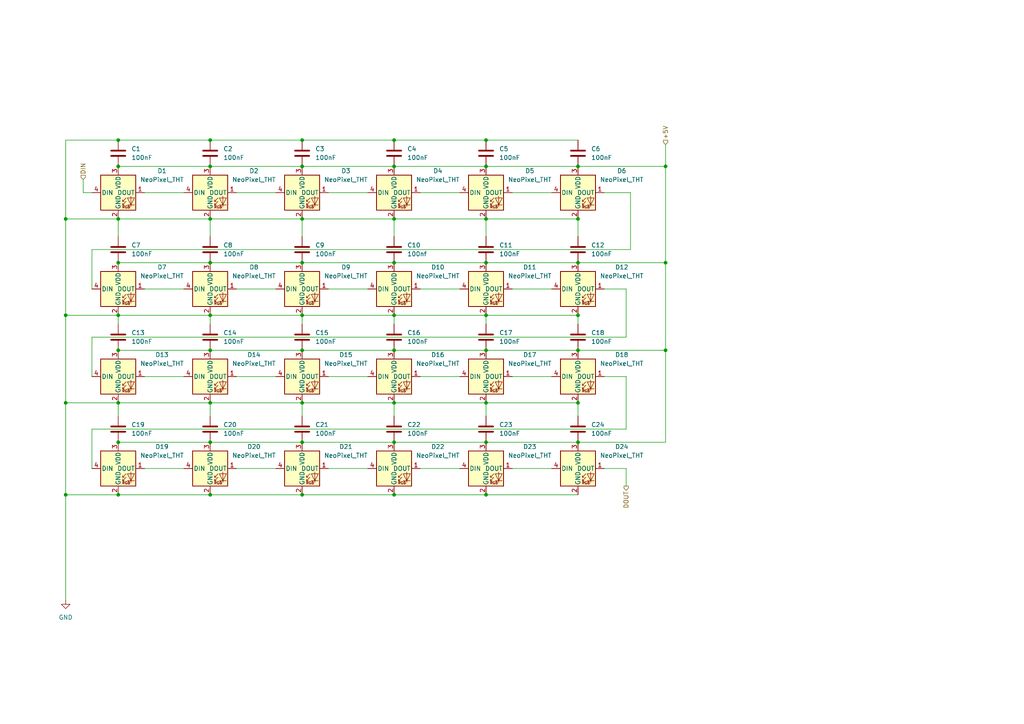
<source format=kicad_sch>
(kicad_sch
	(version 20231120)
	(generator "eeschema")
	(generator_version "8.0")
	(uuid "b8d58eb5-14b7-49a8-8716-cd73c819380b")
	(paper "A4")
	(lib_symbols
		(symbol "Device:C"
			(pin_numbers hide)
			(pin_names
				(offset 0.254)
			)
			(exclude_from_sim no)
			(in_bom yes)
			(on_board yes)
			(property "Reference" "C"
				(at 0.635 2.54 0)
				(effects
					(font
						(size 1.27 1.27)
					)
					(justify left)
				)
			)
			(property "Value" "C"
				(at 0.635 -2.54 0)
				(effects
					(font
						(size 1.27 1.27)
					)
					(justify left)
				)
			)
			(property "Footprint" ""
				(at 0.9652 -3.81 0)
				(effects
					(font
						(size 1.27 1.27)
					)
					(hide yes)
				)
			)
			(property "Datasheet" "~"
				(at 0 0 0)
				(effects
					(font
						(size 1.27 1.27)
					)
					(hide yes)
				)
			)
			(property "Description" "Unpolarized capacitor"
				(at 0 0 0)
				(effects
					(font
						(size 1.27 1.27)
					)
					(hide yes)
				)
			)
			(property "ki_keywords" "cap capacitor"
				(at 0 0 0)
				(effects
					(font
						(size 1.27 1.27)
					)
					(hide yes)
				)
			)
			(property "ki_fp_filters" "C_*"
				(at 0 0 0)
				(effects
					(font
						(size 1.27 1.27)
					)
					(hide yes)
				)
			)
			(symbol "C_0_1"
				(polyline
					(pts
						(xy -2.032 -0.762) (xy 2.032 -0.762)
					)
					(stroke
						(width 0.508)
						(type default)
					)
					(fill
						(type none)
					)
				)
				(polyline
					(pts
						(xy -2.032 0.762) (xy 2.032 0.762)
					)
					(stroke
						(width 0.508)
						(type default)
					)
					(fill
						(type none)
					)
				)
			)
			(symbol "C_1_1"
				(pin passive line
					(at 0 3.81 270)
					(length 2.794)
					(name "~"
						(effects
							(font
								(size 1.27 1.27)
							)
						)
					)
					(number "1"
						(effects
							(font
								(size 1.27 1.27)
							)
						)
					)
				)
				(pin passive line
					(at 0 -3.81 90)
					(length 2.794)
					(name "~"
						(effects
							(font
								(size 1.27 1.27)
							)
						)
					)
					(number "2"
						(effects
							(font
								(size 1.27 1.27)
							)
						)
					)
				)
			)
		)
		(symbol "LED:NeoPixel_THT"
			(pin_names
				(offset 0.254)
			)
			(exclude_from_sim no)
			(in_bom yes)
			(on_board yes)
			(property "Reference" "D"
				(at 5.08 5.715 0)
				(effects
					(font
						(size 1.27 1.27)
					)
					(justify right bottom)
				)
			)
			(property "Value" "NeoPixel_THT"
				(at 1.27 -5.715 0)
				(effects
					(font
						(size 1.27 1.27)
					)
					(justify left top)
				)
			)
			(property "Footprint" ""
				(at 1.27 -7.62 0)
				(effects
					(font
						(size 1.27 1.27)
					)
					(justify left top)
					(hide yes)
				)
			)
			(property "Datasheet" "https://www.adafruit.com/product/1938"
				(at 2.54 -9.525 0)
				(effects
					(font
						(size 1.27 1.27)
					)
					(justify left top)
					(hide yes)
				)
			)
			(property "Description" "RGB LED with integrated controller, 5mm/8mm LED package"
				(at 0 0 0)
				(effects
					(font
						(size 1.27 1.27)
					)
					(hide yes)
				)
			)
			(property "ki_keywords" "RGB LED NeoPixel addressable"
				(at 0 0 0)
				(effects
					(font
						(size 1.27 1.27)
					)
					(hide yes)
				)
			)
			(property "ki_fp_filters" "LED*D5.0mm* LED*D8.0mm*"
				(at 0 0 0)
				(effects
					(font
						(size 1.27 1.27)
					)
					(hide yes)
				)
			)
			(symbol "NeoPixel_THT_0_0"
				(text "RGB"
					(at 2.286 -4.191 0)
					(effects
						(font
							(size 0.762 0.762)
						)
					)
				)
			)
			(symbol "NeoPixel_THT_0_1"
				(polyline
					(pts
						(xy 1.27 -3.556) (xy 1.778 -3.556)
					)
					(stroke
						(width 0)
						(type default)
					)
					(fill
						(type none)
					)
				)
				(polyline
					(pts
						(xy 1.27 -2.54) (xy 1.778 -2.54)
					)
					(stroke
						(width 0)
						(type default)
					)
					(fill
						(type none)
					)
				)
				(polyline
					(pts
						(xy 4.699 -3.556) (xy 2.667 -3.556)
					)
					(stroke
						(width 0)
						(type default)
					)
					(fill
						(type none)
					)
				)
				(polyline
					(pts
						(xy 2.286 -2.54) (xy 1.27 -3.556) (xy 1.27 -3.048)
					)
					(stroke
						(width 0)
						(type default)
					)
					(fill
						(type none)
					)
				)
				(polyline
					(pts
						(xy 2.286 -1.524) (xy 1.27 -2.54) (xy 1.27 -2.032)
					)
					(stroke
						(width 0)
						(type default)
					)
					(fill
						(type none)
					)
				)
				(polyline
					(pts
						(xy 3.683 -1.016) (xy 3.683 -3.556) (xy 3.683 -4.064)
					)
					(stroke
						(width 0)
						(type default)
					)
					(fill
						(type none)
					)
				)
				(polyline
					(pts
						(xy 4.699 -1.524) (xy 2.667 -1.524) (xy 3.683 -3.556) (xy 4.699 -1.524)
					)
					(stroke
						(width 0)
						(type default)
					)
					(fill
						(type none)
					)
				)
				(rectangle
					(start 5.08 5.08)
					(end -5.08 -5.08)
					(stroke
						(width 0.254)
						(type default)
					)
					(fill
						(type background)
					)
				)
			)
			(symbol "NeoPixel_THT_1_1"
				(pin output line
					(at 7.62 0 180)
					(length 2.54)
					(name "DOUT"
						(effects
							(font
								(size 1.27 1.27)
							)
						)
					)
					(number "1"
						(effects
							(font
								(size 1.27 1.27)
							)
						)
					)
				)
				(pin power_in line
					(at 0 -7.62 90)
					(length 2.54)
					(name "GND"
						(effects
							(font
								(size 1.27 1.27)
							)
						)
					)
					(number "2"
						(effects
							(font
								(size 1.27 1.27)
							)
						)
					)
				)
				(pin power_in line
					(at 0 7.62 270)
					(length 2.54)
					(name "VDD"
						(effects
							(font
								(size 1.27 1.27)
							)
						)
					)
					(number "3"
						(effects
							(font
								(size 1.27 1.27)
							)
						)
					)
				)
				(pin input line
					(at -7.62 0 0)
					(length 2.54)
					(name "DIN"
						(effects
							(font
								(size 1.27 1.27)
							)
						)
					)
					(number "4"
						(effects
							(font
								(size 1.27 1.27)
							)
						)
					)
				)
			)
		)
		(symbol "power:GND"
			(power)
			(pin_numbers hide)
			(pin_names
				(offset 0) hide)
			(exclude_from_sim no)
			(in_bom yes)
			(on_board yes)
			(property "Reference" "#PWR"
				(at 0 -6.35 0)
				(effects
					(font
						(size 1.27 1.27)
					)
					(hide yes)
				)
			)
			(property "Value" "GND"
				(at 0 -3.81 0)
				(effects
					(font
						(size 1.27 1.27)
					)
				)
			)
			(property "Footprint" ""
				(at 0 0 0)
				(effects
					(font
						(size 1.27 1.27)
					)
					(hide yes)
				)
			)
			(property "Datasheet" ""
				(at 0 0 0)
				(effects
					(font
						(size 1.27 1.27)
					)
					(hide yes)
				)
			)
			(property "Description" "Power symbol creates a global label with name \"GND\" , ground"
				(at 0 0 0)
				(effects
					(font
						(size 1.27 1.27)
					)
					(hide yes)
				)
			)
			(property "ki_keywords" "global power"
				(at 0 0 0)
				(effects
					(font
						(size 1.27 1.27)
					)
					(hide yes)
				)
			)
			(symbol "GND_0_1"
				(polyline
					(pts
						(xy 0 0) (xy 0 -1.27) (xy 1.27 -1.27) (xy 0 -2.54) (xy -1.27 -1.27) (xy 0 -1.27)
					)
					(stroke
						(width 0)
						(type default)
					)
					(fill
						(type none)
					)
				)
			)
			(symbol "GND_1_1"
				(pin power_in line
					(at 0 0 270)
					(length 0)
					(name "~"
						(effects
							(font
								(size 1.27 1.27)
							)
						)
					)
					(number "1"
						(effects
							(font
								(size 1.27 1.27)
							)
						)
					)
				)
			)
		)
	)
	(junction
		(at 87.63 143.51)
		(diameter 0)
		(color 0 0 0 0)
		(uuid "0425054b-48c8-4c81-b42c-69bbcfadfafd")
	)
	(junction
		(at 167.64 48.26)
		(diameter 0)
		(color 0 0 0 0)
		(uuid "04801c1d-3582-4e4c-97b1-e18d633433db")
	)
	(junction
		(at 167.64 101.6)
		(diameter 0)
		(color 0 0 0 0)
		(uuid "08f4a701-9c18-4200-8ce6-3d8c8f520bac")
	)
	(junction
		(at 140.97 63.5)
		(diameter 0)
		(color 0 0 0 0)
		(uuid "0e34c2fc-54d0-4456-82a4-6bc7b307a1c8")
	)
	(junction
		(at 114.3 48.26)
		(diameter 0)
		(color 0 0 0 0)
		(uuid "0e6f24ce-7da7-4039-a3f1-2eb20a0d4ae5")
	)
	(junction
		(at 34.29 48.26)
		(diameter 0)
		(color 0 0 0 0)
		(uuid "0f454125-2758-452b-b3a3-49ceadae70e7")
	)
	(junction
		(at 114.3 128.27)
		(diameter 0)
		(color 0 0 0 0)
		(uuid "12c957f7-a3da-4680-aefe-ed1f684867f0")
	)
	(junction
		(at 34.29 143.51)
		(diameter 0)
		(color 0 0 0 0)
		(uuid "138d4bac-ae18-40c9-95d9-a5fed768a3fa")
	)
	(junction
		(at 34.29 63.5)
		(diameter 0)
		(color 0 0 0 0)
		(uuid "1c34b1ad-dff2-43fd-8580-d80ec20ca214")
	)
	(junction
		(at 114.3 63.5)
		(diameter 0)
		(color 0 0 0 0)
		(uuid "1d789a2e-5545-4e58-a71b-dbab8654006c")
	)
	(junction
		(at 60.96 143.51)
		(diameter 0)
		(color 0 0 0 0)
		(uuid "2f30e0eb-5728-475c-9191-198962743af0")
	)
	(junction
		(at 140.97 116.84)
		(diameter 0)
		(color 0 0 0 0)
		(uuid "32b6fa23-84b4-4e9e-b8bb-901ba995da96")
	)
	(junction
		(at 34.29 91.44)
		(diameter 0)
		(color 0 0 0 0)
		(uuid "34118af2-686b-4792-a506-f1c3de12978d")
	)
	(junction
		(at 34.29 101.6)
		(diameter 0)
		(color 0 0 0 0)
		(uuid "3963bd53-854d-44fd-8429-4a7c6c3d0cdc")
	)
	(junction
		(at 60.96 76.2)
		(diameter 0)
		(color 0 0 0 0)
		(uuid "3a24fad0-31ba-4e77-b0a0-2b36e45d02c9")
	)
	(junction
		(at 193.04 48.26)
		(diameter 0)
		(color 0 0 0 0)
		(uuid "3b8efb5c-dfc6-4cda-97b9-2e8f6e9e4ee1")
	)
	(junction
		(at 167.64 63.5)
		(diameter 0)
		(color 0 0 0 0)
		(uuid "3e53c76e-32b6-4e2b-a45a-a636676c523d")
	)
	(junction
		(at 167.64 91.44)
		(diameter 0)
		(color 0 0 0 0)
		(uuid "4680a142-ee17-4c30-9880-ec0a530ac4e5")
	)
	(junction
		(at 140.97 40.64)
		(diameter 0)
		(color 0 0 0 0)
		(uuid "4b11d3ed-39ad-4d2f-9f19-ef5f041eb0e2")
	)
	(junction
		(at 114.3 91.44)
		(diameter 0)
		(color 0 0 0 0)
		(uuid "54eca4cc-968a-4516-a79e-3a3e89cd4ec0")
	)
	(junction
		(at 60.96 40.64)
		(diameter 0)
		(color 0 0 0 0)
		(uuid "5a247c93-20a0-483b-b597-6e50cb2fec93")
	)
	(junction
		(at 87.63 128.27)
		(diameter 0)
		(color 0 0 0 0)
		(uuid "5df61b9a-0259-4c71-a686-91baab1926f5")
	)
	(junction
		(at 87.63 48.26)
		(diameter 0)
		(color 0 0 0 0)
		(uuid "61b82f3a-e757-4dbc-b9fc-a3c704cac076")
	)
	(junction
		(at 167.64 76.2)
		(diameter 0)
		(color 0 0 0 0)
		(uuid "63ea7d2f-4183-4985-8ef2-e182801c532c")
	)
	(junction
		(at 167.64 128.27)
		(diameter 0)
		(color 0 0 0 0)
		(uuid "665d81db-1c7b-4bfc-a8a3-5fbf5c5f06cb")
	)
	(junction
		(at 140.97 143.51)
		(diameter 0)
		(color 0 0 0 0)
		(uuid "679175be-5753-47ce-b067-c0e28f141ec1")
	)
	(junction
		(at 114.3 143.51)
		(diameter 0)
		(color 0 0 0 0)
		(uuid "69d8cc06-807d-4aa6-b30e-c97b0b86aba4")
	)
	(junction
		(at 34.29 116.84)
		(diameter 0)
		(color 0 0 0 0)
		(uuid "71b13742-6eea-423c-a063-8a9619785c0a")
	)
	(junction
		(at 19.05 63.5)
		(diameter 0)
		(color 0 0 0 0)
		(uuid "723e11b4-238f-4a7c-a893-e047a163991f")
	)
	(junction
		(at 60.96 101.6)
		(diameter 0)
		(color 0 0 0 0)
		(uuid "732c1e1f-e6f3-430c-bd7b-e0852e4d7697")
	)
	(junction
		(at 87.63 116.84)
		(diameter 0)
		(color 0 0 0 0)
		(uuid "746d89fa-b812-441e-909a-b7fb9eee9888")
	)
	(junction
		(at 114.3 101.6)
		(diameter 0)
		(color 0 0 0 0)
		(uuid "76a1e27b-6577-420a-a191-adb1f8ff35a5")
	)
	(junction
		(at 193.04 76.2)
		(diameter 0)
		(color 0 0 0 0)
		(uuid "77eaa09f-a4c6-4656-9437-d2420a870449")
	)
	(junction
		(at 19.05 143.51)
		(diameter 0)
		(color 0 0 0 0)
		(uuid "78ce1a1a-7f66-4149-9306-0fc020f2db02")
	)
	(junction
		(at 60.96 116.84)
		(diameter 0)
		(color 0 0 0 0)
		(uuid "893f18cb-7194-444f-8da1-1bde1afdad81")
	)
	(junction
		(at 19.05 91.44)
		(diameter 0)
		(color 0 0 0 0)
		(uuid "8bf8375e-38e3-4a31-8cfa-b24f853c3240")
	)
	(junction
		(at 114.3 116.84)
		(diameter 0)
		(color 0 0 0 0)
		(uuid "90078b93-bb9f-4047-9f1b-894fcdb33d74")
	)
	(junction
		(at 87.63 91.44)
		(diameter 0)
		(color 0 0 0 0)
		(uuid "9691ce8e-1d6d-47f8-b08d-478ff19d1a2e")
	)
	(junction
		(at 140.97 101.6)
		(diameter 0)
		(color 0 0 0 0)
		(uuid "9c906961-2017-42e3-8300-3512646ebc49")
	)
	(junction
		(at 140.97 48.26)
		(diameter 0)
		(color 0 0 0 0)
		(uuid "9df963c3-bd0f-4337-ab30-13233df11855")
	)
	(junction
		(at 34.29 128.27)
		(diameter 0)
		(color 0 0 0 0)
		(uuid "a034aeba-4cbe-47c3-b44c-88bac7bd84bf")
	)
	(junction
		(at 60.96 48.26)
		(diameter 0)
		(color 0 0 0 0)
		(uuid "a1df2cfb-5b0d-4dea-9f18-9d4efb201edd")
	)
	(junction
		(at 60.96 91.44)
		(diameter 0)
		(color 0 0 0 0)
		(uuid "ac8aa091-f9ae-4f5a-bedb-fd68ab9b010c")
	)
	(junction
		(at 87.63 40.64)
		(diameter 0)
		(color 0 0 0 0)
		(uuid "b13d14e8-bde0-42b2-9f70-dc3f545c1fa7")
	)
	(junction
		(at 140.97 91.44)
		(diameter 0)
		(color 0 0 0 0)
		(uuid "b22cd4ad-e1b3-4847-97f0-31f7baa2ed47")
	)
	(junction
		(at 193.04 101.6)
		(diameter 0)
		(color 0 0 0 0)
		(uuid "b9b27911-8618-4d73-9e78-91066744b09f")
	)
	(junction
		(at 34.29 76.2)
		(diameter 0)
		(color 0 0 0 0)
		(uuid "ba7faee2-54ab-4045-89ab-cfe2e7955b1b")
	)
	(junction
		(at 19.05 116.84)
		(diameter 0)
		(color 0 0 0 0)
		(uuid "c45ff232-fa5d-48f9-9d80-cbc7293238a6")
	)
	(junction
		(at 167.64 116.84)
		(diameter 0)
		(color 0 0 0 0)
		(uuid "c74eec28-91d6-4e60-a4dc-2f7fa007a4ad")
	)
	(junction
		(at 60.96 63.5)
		(diameter 0)
		(color 0 0 0 0)
		(uuid "c7c14eca-814b-49c8-8c08-e37dcbe2684e")
	)
	(junction
		(at 87.63 63.5)
		(diameter 0)
		(color 0 0 0 0)
		(uuid "c864eac3-e1ab-4827-b044-231f7a701791")
	)
	(junction
		(at 60.96 128.27)
		(diameter 0)
		(color 0 0 0 0)
		(uuid "d1eeaddd-92b1-4255-b13e-26d12528db4f")
	)
	(junction
		(at 140.97 76.2)
		(diameter 0)
		(color 0 0 0 0)
		(uuid "d2ebcc0c-f50b-45d9-8947-08c399987d18")
	)
	(junction
		(at 114.3 76.2)
		(diameter 0)
		(color 0 0 0 0)
		(uuid "d8faf983-5a7f-4225-a4bd-6e45047c47ba")
	)
	(junction
		(at 114.3 40.64)
		(diameter 0)
		(color 0 0 0 0)
		(uuid "dc4fa3b9-93b6-4de7-860c-aabaa1f16658")
	)
	(junction
		(at 87.63 101.6)
		(diameter 0)
		(color 0 0 0 0)
		(uuid "e52a87fb-26bb-4aeb-b68c-cd8fd46a41fe")
	)
	(junction
		(at 34.29 40.64)
		(diameter 0)
		(color 0 0 0 0)
		(uuid "e7e4d32f-e858-4196-a065-b468d055f558")
	)
	(junction
		(at 140.97 128.27)
		(diameter 0)
		(color 0 0 0 0)
		(uuid "f7635e62-32b6-4928-befa-40e42ac74b53")
	)
	(junction
		(at 87.63 76.2)
		(diameter 0)
		(color 0 0 0 0)
		(uuid "fc887876-a175-43c2-8e65-4e95a74d806a")
	)
	(wire
		(pts
			(xy 87.63 101.6) (xy 114.3 101.6)
		)
		(stroke
			(width 0)
			(type default)
		)
		(uuid "00bd6587-affa-4a0f-a74b-1d86dbe007be")
	)
	(wire
		(pts
			(xy 114.3 91.44) (xy 114.3 93.98)
		)
		(stroke
			(width 0)
			(type default)
		)
		(uuid "0209cf93-f471-457b-921d-30dd5d2e4ff7")
	)
	(wire
		(pts
			(xy 167.64 120.65) (xy 167.64 116.84)
		)
		(stroke
			(width 0)
			(type default)
		)
		(uuid "06146318-b30c-4678-85c2-12ef2c69a4c2")
	)
	(wire
		(pts
			(xy 114.3 143.51) (xy 140.97 143.51)
		)
		(stroke
			(width 0)
			(type default)
		)
		(uuid "089adc4e-2064-4bc0-b4ae-dd7d74f83964")
	)
	(wire
		(pts
			(xy 95.25 109.22) (xy 106.68 109.22)
		)
		(stroke
			(width 0)
			(type default)
		)
		(uuid "0cb7b056-2085-4842-b1c9-9e844573bbd4")
	)
	(wire
		(pts
			(xy 34.29 101.6) (xy 60.96 101.6)
		)
		(stroke
			(width 0)
			(type default)
		)
		(uuid "0f540895-ba0d-4c18-9086-8d8728752e32")
	)
	(wire
		(pts
			(xy 193.04 101.6) (xy 193.04 128.27)
		)
		(stroke
			(width 0)
			(type default)
		)
		(uuid "0fc332e0-1f97-4acb-b947-f9aee5d4687b")
	)
	(wire
		(pts
			(xy 34.29 63.5) (xy 34.29 68.58)
		)
		(stroke
			(width 0)
			(type default)
		)
		(uuid "10bcf33b-f7d0-4a57-b753-7e814849d7eb")
	)
	(wire
		(pts
			(xy 34.29 40.64) (xy 19.05 40.64)
		)
		(stroke
			(width 0)
			(type default)
		)
		(uuid "1391cd4f-039a-4a1a-b005-42ce648f9703")
	)
	(wire
		(pts
			(xy 181.61 124.46) (xy 26.67 124.46)
		)
		(stroke
			(width 0)
			(type default)
		)
		(uuid "14108c25-baff-45c8-89a6-1691d9688263")
	)
	(wire
		(pts
			(xy 114.3 128.27) (xy 87.63 128.27)
		)
		(stroke
			(width 0)
			(type default)
		)
		(uuid "167a7e4f-f08d-4710-a66e-2c93e8ae5a8b")
	)
	(wire
		(pts
			(xy 114.3 116.84) (xy 140.97 116.84)
		)
		(stroke
			(width 0)
			(type default)
		)
		(uuid "1bab06df-76ba-4fcb-aa7b-36acb0db4ef8")
	)
	(wire
		(pts
			(xy 167.64 128.27) (xy 140.97 128.27)
		)
		(stroke
			(width 0)
			(type default)
		)
		(uuid "1f864991-c700-4570-91c4-242215847002")
	)
	(wire
		(pts
			(xy 140.97 40.64) (xy 167.64 40.64)
		)
		(stroke
			(width 0)
			(type default)
		)
		(uuid "284a6ec3-b413-4f38-96b7-830143f6b189")
	)
	(wire
		(pts
			(xy 167.64 116.84) (xy 140.97 116.84)
		)
		(stroke
			(width 0)
			(type default)
		)
		(uuid "2cc17123-f377-4da9-ba7d-4694896f714d")
	)
	(wire
		(pts
			(xy 140.97 63.5) (xy 114.3 63.5)
		)
		(stroke
			(width 0)
			(type default)
		)
		(uuid "2e04584b-3932-4cba-a52a-acc5736b715b")
	)
	(wire
		(pts
			(xy 68.58 109.22) (xy 80.01 109.22)
		)
		(stroke
			(width 0)
			(type default)
		)
		(uuid "33401cec-3229-4960-a9df-a2aea90e5c16")
	)
	(wire
		(pts
			(xy 175.26 135.89) (xy 181.61 135.89)
		)
		(stroke
			(width 0)
			(type default)
		)
		(uuid "33eaffe2-1a31-4b08-b971-0a15c92c9586")
	)
	(wire
		(pts
			(xy 24.13 52.07) (xy 24.13 55.88)
		)
		(stroke
			(width 0)
			(type default)
		)
		(uuid "379b2cff-837e-4540-a199-2cf17702efcc")
	)
	(wire
		(pts
			(xy 60.96 116.84) (xy 34.29 116.84)
		)
		(stroke
			(width 0)
			(type default)
		)
		(uuid "3ea13d5f-02b7-4e78-ad63-35587128451a")
	)
	(wire
		(pts
			(xy 181.61 135.89) (xy 181.61 140.97)
		)
		(stroke
			(width 0)
			(type default)
		)
		(uuid "3f3090e2-e49c-4467-8230-ba0ccd48a8e9")
	)
	(wire
		(pts
			(xy 193.04 48.26) (xy 193.04 76.2)
		)
		(stroke
			(width 0)
			(type default)
		)
		(uuid "41e0d1c7-b50a-405d-a97d-ebaf8ddee1fb")
	)
	(wire
		(pts
			(xy 68.58 55.88) (xy 80.01 55.88)
		)
		(stroke
			(width 0)
			(type default)
		)
		(uuid "42dfcff1-768b-4e62-891e-d21e0786898a")
	)
	(wire
		(pts
			(xy 167.64 76.2) (xy 140.97 76.2)
		)
		(stroke
			(width 0)
			(type default)
		)
		(uuid "45fb9b1f-7002-48c4-823b-71fdc70cf7e1")
	)
	(wire
		(pts
			(xy 87.63 40.64) (xy 114.3 40.64)
		)
		(stroke
			(width 0)
			(type default)
		)
		(uuid "46aefdfb-297a-46a4-be54-fb46ee5fdf3c")
	)
	(wire
		(pts
			(xy 19.05 91.44) (xy 19.05 116.84)
		)
		(stroke
			(width 0)
			(type default)
		)
		(uuid "46fdba24-a13b-44ee-b02c-36098db5a4b6")
	)
	(wire
		(pts
			(xy 182.88 55.88) (xy 182.88 72.39)
		)
		(stroke
			(width 0)
			(type default)
		)
		(uuid "47be58a6-eb50-4567-940c-81fd8445df49")
	)
	(wire
		(pts
			(xy 114.3 101.6) (xy 140.97 101.6)
		)
		(stroke
			(width 0)
			(type default)
		)
		(uuid "4aa39129-76a0-4434-8b24-6dc9d76dbb86")
	)
	(wire
		(pts
			(xy 121.92 135.89) (xy 133.35 135.89)
		)
		(stroke
			(width 0)
			(type default)
		)
		(uuid "4dd6c3d6-1ce4-4deb-8dfe-763f3f38c21d")
	)
	(wire
		(pts
			(xy 114.3 63.5) (xy 114.3 68.58)
		)
		(stroke
			(width 0)
			(type default)
		)
		(uuid "4e9e8c5d-7990-47a3-bfe2-78a56d371a6d")
	)
	(wire
		(pts
			(xy 87.63 76.2) (xy 60.96 76.2)
		)
		(stroke
			(width 0)
			(type default)
		)
		(uuid "51960fc0-36e7-42ab-9c68-0c7496adcffa")
	)
	(wire
		(pts
			(xy 140.97 48.26) (xy 167.64 48.26)
		)
		(stroke
			(width 0)
			(type default)
		)
		(uuid "5673afea-8f31-41b8-92b5-0b75abb5d19e")
	)
	(wire
		(pts
			(xy 60.96 91.44) (xy 60.96 93.98)
		)
		(stroke
			(width 0)
			(type default)
		)
		(uuid "56932ecd-2cb5-4966-922a-27b005c940b7")
	)
	(wire
		(pts
			(xy 26.67 97.79) (xy 26.67 109.22)
		)
		(stroke
			(width 0)
			(type default)
		)
		(uuid "58a9541e-ad3d-477b-a52d-e4620f57fa51")
	)
	(wire
		(pts
			(xy 140.97 76.2) (xy 114.3 76.2)
		)
		(stroke
			(width 0)
			(type default)
		)
		(uuid "5aa9eba8-9502-4229-aac9-cc1a7e323862")
	)
	(wire
		(pts
			(xy 140.97 91.44) (xy 140.97 93.98)
		)
		(stroke
			(width 0)
			(type default)
		)
		(uuid "5c017696-ecf9-4d57-8c6c-745d95d4654c")
	)
	(wire
		(pts
			(xy 60.96 116.84) (xy 60.96 120.65)
		)
		(stroke
			(width 0)
			(type default)
		)
		(uuid "5e7b6f08-50a2-4629-bc69-cb1d1d5e1deb")
	)
	(wire
		(pts
			(xy 114.3 76.2) (xy 87.63 76.2)
		)
		(stroke
			(width 0)
			(type default)
		)
		(uuid "5ed60ec6-29f1-494b-a41d-c32d54fb96b8")
	)
	(wire
		(pts
			(xy 34.29 91.44) (xy 34.29 93.98)
		)
		(stroke
			(width 0)
			(type default)
		)
		(uuid "626c6bd2-6bc1-4528-b272-e901a4849c1e")
	)
	(wire
		(pts
			(xy 114.3 48.26) (xy 140.97 48.26)
		)
		(stroke
			(width 0)
			(type default)
		)
		(uuid "65351726-3a57-4d67-a91d-75bdef552ebc")
	)
	(wire
		(pts
			(xy 140.97 101.6) (xy 167.64 101.6)
		)
		(stroke
			(width 0)
			(type default)
		)
		(uuid "696ff3d4-8f96-4d30-a2a5-0ae12129603c")
	)
	(wire
		(pts
			(xy 26.67 72.39) (xy 26.67 83.82)
		)
		(stroke
			(width 0)
			(type default)
		)
		(uuid "6ae14a51-8bd4-4e72-af3d-96c84c723728")
	)
	(wire
		(pts
			(xy 181.61 109.22) (xy 181.61 124.46)
		)
		(stroke
			(width 0)
			(type default)
		)
		(uuid "6af21445-211f-467b-8b3e-e25d77926ab9")
	)
	(wire
		(pts
			(xy 87.63 116.84) (xy 114.3 116.84)
		)
		(stroke
			(width 0)
			(type default)
		)
		(uuid "6cc04721-88f4-4045-aa43-fd931673e1b2")
	)
	(wire
		(pts
			(xy 148.59 83.82) (xy 160.02 83.82)
		)
		(stroke
			(width 0)
			(type default)
		)
		(uuid "6f202150-cec2-42d8-8668-87d728309498")
	)
	(wire
		(pts
			(xy 41.91 83.82) (xy 53.34 83.82)
		)
		(stroke
			(width 0)
			(type default)
		)
		(uuid "70063b7a-9609-4f61-b93f-a70343095a81")
	)
	(wire
		(pts
			(xy 140.97 116.84) (xy 140.97 120.65)
		)
		(stroke
			(width 0)
			(type default)
		)
		(uuid "71708958-a8f9-48b2-ab25-f51a31e671dd")
	)
	(wire
		(pts
			(xy 34.29 63.5) (xy 19.05 63.5)
		)
		(stroke
			(width 0)
			(type default)
		)
		(uuid "73e3be32-bd29-4002-a556-3c5272d640d4")
	)
	(wire
		(pts
			(xy 193.04 41.91) (xy 193.04 48.26)
		)
		(stroke
			(width 0)
			(type default)
		)
		(uuid "75fd5c05-ae91-402e-9881-323d48a4cd4d")
	)
	(wire
		(pts
			(xy 68.58 135.89) (xy 80.01 135.89)
		)
		(stroke
			(width 0)
			(type default)
		)
		(uuid "76cdbc1d-e3b1-4ef9-8f03-190324387eab")
	)
	(wire
		(pts
			(xy 60.96 63.5) (xy 34.29 63.5)
		)
		(stroke
			(width 0)
			(type default)
		)
		(uuid "7c924cf0-7e9f-4660-99e5-a137c8060699")
	)
	(wire
		(pts
			(xy 34.29 143.51) (xy 60.96 143.51)
		)
		(stroke
			(width 0)
			(type default)
		)
		(uuid "7ec846e8-1e8f-4621-8113-b378a131af2b")
	)
	(wire
		(pts
			(xy 140.97 128.27) (xy 114.3 128.27)
		)
		(stroke
			(width 0)
			(type default)
		)
		(uuid "81e3c9b8-b364-412e-bee8-4aa8bda94cec")
	)
	(wire
		(pts
			(xy 34.29 116.84) (xy 34.29 120.65)
		)
		(stroke
			(width 0)
			(type default)
		)
		(uuid "881afb4d-3a2b-4f3f-ac83-2023bdd20608")
	)
	(wire
		(pts
			(xy 87.63 91.44) (xy 87.63 93.98)
		)
		(stroke
			(width 0)
			(type default)
		)
		(uuid "8b14866b-3d35-49c1-85e5-c865e0d6135f")
	)
	(wire
		(pts
			(xy 34.29 48.26) (xy 60.96 48.26)
		)
		(stroke
			(width 0)
			(type default)
		)
		(uuid "8e07cdaf-fefc-48dd-8e41-9655a76fe357")
	)
	(wire
		(pts
			(xy 193.04 101.6) (xy 193.04 76.2)
		)
		(stroke
			(width 0)
			(type default)
		)
		(uuid "8e803848-0579-4a54-934e-179a208fb2f4")
	)
	(wire
		(pts
			(xy 34.29 116.84) (xy 19.05 116.84)
		)
		(stroke
			(width 0)
			(type default)
		)
		(uuid "8ed4d120-f7eb-4963-88e3-3da2b08770c6")
	)
	(wire
		(pts
			(xy 148.59 135.89) (xy 160.02 135.89)
		)
		(stroke
			(width 0)
			(type default)
		)
		(uuid "90653f08-b540-4d0a-8474-a92028478436")
	)
	(wire
		(pts
			(xy 182.88 72.39) (xy 26.67 72.39)
		)
		(stroke
			(width 0)
			(type default)
		)
		(uuid "90eba71f-6a09-4c36-8d05-47eb8a1f985c")
	)
	(wire
		(pts
			(xy 87.63 48.26) (xy 114.3 48.26)
		)
		(stroke
			(width 0)
			(type default)
		)
		(uuid "912c79d4-295e-4c20-a0d6-ec0ec0150a25")
	)
	(wire
		(pts
			(xy 193.04 76.2) (xy 167.64 76.2)
		)
		(stroke
			(width 0)
			(type default)
		)
		(uuid "9372d075-bb25-4343-8846-67cefc8e9a6a")
	)
	(wire
		(pts
			(xy 19.05 143.51) (xy 19.05 173.99)
		)
		(stroke
			(width 0)
			(type default)
		)
		(uuid "9463834a-40ec-42c9-9666-b1f77727f2b0")
	)
	(wire
		(pts
			(xy 68.58 83.82) (xy 80.01 83.82)
		)
		(stroke
			(width 0)
			(type default)
		)
		(uuid "990c7a19-ed58-4603-9cd9-009234155904")
	)
	(wire
		(pts
			(xy 114.3 40.64) (xy 140.97 40.64)
		)
		(stroke
			(width 0)
			(type default)
		)
		(uuid "9c6c5c74-fad3-4399-b40e-33e48654847e")
	)
	(wire
		(pts
			(xy 175.26 83.82) (xy 181.61 83.82)
		)
		(stroke
			(width 0)
			(type default)
		)
		(uuid "9cf8a4b5-cb9f-40b5-8b52-f17e2ca3ee2e")
	)
	(wire
		(pts
			(xy 175.26 109.22) (xy 181.61 109.22)
		)
		(stroke
			(width 0)
			(type default)
		)
		(uuid "9dc54354-5209-4c2c-9b79-28cf8db9425a")
	)
	(wire
		(pts
			(xy 140.97 143.51) (xy 167.64 143.51)
		)
		(stroke
			(width 0)
			(type default)
		)
		(uuid "9f9ac122-5887-4892-a7c5-4bbdf59cba8c")
	)
	(wire
		(pts
			(xy 19.05 143.51) (xy 34.29 143.51)
		)
		(stroke
			(width 0)
			(type default)
		)
		(uuid "a3b4acb8-069d-409e-a349-a643f6aa16f5")
	)
	(wire
		(pts
			(xy 140.97 63.5) (xy 140.97 68.58)
		)
		(stroke
			(width 0)
			(type default)
		)
		(uuid "a4a5974e-b2bc-43b1-a7ea-cd1b9103e7eb")
	)
	(wire
		(pts
			(xy 60.96 101.6) (xy 87.63 101.6)
		)
		(stroke
			(width 0)
			(type default)
		)
		(uuid "a4ca0a37-4701-4fbf-ac0f-0a6bd6bed95f")
	)
	(wire
		(pts
			(xy 175.26 55.88) (xy 182.88 55.88)
		)
		(stroke
			(width 0)
			(type default)
		)
		(uuid "a71f3e8c-8ec7-4ab9-85bd-348ee68fb941")
	)
	(wire
		(pts
			(xy 121.92 83.82) (xy 133.35 83.82)
		)
		(stroke
			(width 0)
			(type default)
		)
		(uuid "a8337567-47f2-46f3-92d0-6c2eb55ed7fd")
	)
	(wire
		(pts
			(xy 167.64 63.5) (xy 140.97 63.5)
		)
		(stroke
			(width 0)
			(type default)
		)
		(uuid "ab2588b7-0f31-4c07-8d4a-cb86580107f9")
	)
	(wire
		(pts
			(xy 19.05 63.5) (xy 19.05 91.44)
		)
		(stroke
			(width 0)
			(type default)
		)
		(uuid "ac0f5089-99b4-4f67-b1f9-507143920a4c")
	)
	(wire
		(pts
			(xy 87.63 120.65) (xy 87.63 116.84)
		)
		(stroke
			(width 0)
			(type default)
		)
		(uuid "ac8b01cf-48ac-499a-a31f-b29fdcd47d1a")
	)
	(wire
		(pts
			(xy 26.67 124.46) (xy 26.67 135.89)
		)
		(stroke
			(width 0)
			(type default)
		)
		(uuid "afafb4fd-26df-4b49-816a-c885647d51b1")
	)
	(wire
		(pts
			(xy 148.59 55.88) (xy 160.02 55.88)
		)
		(stroke
			(width 0)
			(type default)
		)
		(uuid "b00c8c9e-be5c-4922-b160-7a877a16be24")
	)
	(wire
		(pts
			(xy 19.05 116.84) (xy 19.05 143.51)
		)
		(stroke
			(width 0)
			(type default)
		)
		(uuid "b513cdf8-0b1b-4a17-b9df-cd3b4fb5320d")
	)
	(wire
		(pts
			(xy 60.96 63.5) (xy 60.96 68.58)
		)
		(stroke
			(width 0)
			(type default)
		)
		(uuid "b5cb7b1d-545a-4296-aacf-cbf5591b7c84")
	)
	(wire
		(pts
			(xy 121.92 109.22) (xy 133.35 109.22)
		)
		(stroke
			(width 0)
			(type default)
		)
		(uuid "b71bf9dc-3a1d-468b-896e-67ad79e80979")
	)
	(wire
		(pts
			(xy 167.64 48.26) (xy 193.04 48.26)
		)
		(stroke
			(width 0)
			(type default)
		)
		(uuid "bc7088ef-8127-4152-b12b-5e40ed034737")
	)
	(wire
		(pts
			(xy 95.25 83.82) (xy 106.68 83.82)
		)
		(stroke
			(width 0)
			(type default)
		)
		(uuid "be09f4eb-aa41-4f95-ac63-34b87fedd546")
	)
	(wire
		(pts
			(xy 181.61 83.82) (xy 181.61 97.79)
		)
		(stroke
			(width 0)
			(type default)
		)
		(uuid "bf085722-2b0e-4477-912c-1d5d40407fae")
	)
	(wire
		(pts
			(xy 60.96 48.26) (xy 87.63 48.26)
		)
		(stroke
			(width 0)
			(type default)
		)
		(uuid "c0c14ff2-c508-406a-bedb-c72ffa9020c4")
	)
	(wire
		(pts
			(xy 87.63 63.5) (xy 87.63 68.58)
		)
		(stroke
			(width 0)
			(type default)
		)
		(uuid "c139ab78-edb9-4dbc-b57d-df909ec6144e")
	)
	(wire
		(pts
			(xy 181.61 97.79) (xy 26.67 97.79)
		)
		(stroke
			(width 0)
			(type default)
		)
		(uuid "c1ce97d7-9571-4fd0-ba4b-c5c66d6544fb")
	)
	(wire
		(pts
			(xy 41.91 109.22) (xy 53.34 109.22)
		)
		(stroke
			(width 0)
			(type default)
		)
		(uuid "c320d018-4e5f-45b9-a7a8-bda67c53872f")
	)
	(wire
		(pts
			(xy 34.29 91.44) (xy 60.96 91.44)
		)
		(stroke
			(width 0)
			(type default)
		)
		(uuid "c4a0c5f2-f1dd-4df4-83fc-e964d8defab5")
	)
	(wire
		(pts
			(xy 167.64 63.5) (xy 167.64 68.58)
		)
		(stroke
			(width 0)
			(type default)
		)
		(uuid "c4f7da77-eebe-49e7-a46e-7d9d6657887c")
	)
	(wire
		(pts
			(xy 60.96 91.44) (xy 87.63 91.44)
		)
		(stroke
			(width 0)
			(type default)
		)
		(uuid "c59ea9ba-a21d-4439-ba9e-832303f90103")
	)
	(wire
		(pts
			(xy 193.04 128.27) (xy 167.64 128.27)
		)
		(stroke
			(width 0)
			(type default)
		)
		(uuid "c6a50918-6923-4f25-a179-ddd55f50e5f8")
	)
	(wire
		(pts
			(xy 167.64 101.6) (xy 193.04 101.6)
		)
		(stroke
			(width 0)
			(type default)
		)
		(uuid "c6b6ada5-217d-46ce-8ff4-7e74c7b67ed1")
	)
	(wire
		(pts
			(xy 34.29 40.64) (xy 60.96 40.64)
		)
		(stroke
			(width 0)
			(type default)
		)
		(uuid "c7c456cb-d615-4234-8d3d-2a661fed0804")
	)
	(wire
		(pts
			(xy 114.3 91.44) (xy 140.97 91.44)
		)
		(stroke
			(width 0)
			(type default)
		)
		(uuid "caae628e-d119-4635-a861-49a23f7059f1")
	)
	(wire
		(pts
			(xy 87.63 63.5) (xy 60.96 63.5)
		)
		(stroke
			(width 0)
			(type default)
		)
		(uuid "cdb66f1c-a58a-4586-99c0-3f542daaa8d6")
	)
	(wire
		(pts
			(xy 19.05 40.64) (xy 19.05 63.5)
		)
		(stroke
			(width 0)
			(type default)
		)
		(uuid "cfc71a38-9d6b-4cb6-b408-de38c192eede")
	)
	(wire
		(pts
			(xy 140.97 91.44) (xy 167.64 91.44)
		)
		(stroke
			(width 0)
			(type default)
		)
		(uuid "d18ebf27-697e-469b-88ab-cb66870aa615")
	)
	(wire
		(pts
			(xy 87.63 116.84) (xy 60.96 116.84)
		)
		(stroke
			(width 0)
			(type default)
		)
		(uuid "d4f0b832-ab78-45f8-8ad2-75cd395eb884")
	)
	(wire
		(pts
			(xy 114.3 120.65) (xy 114.3 116.84)
		)
		(stroke
			(width 0)
			(type default)
		)
		(uuid "d6f54b09-0bca-41bd-93a6-e431832cce28")
	)
	(wire
		(pts
			(xy 95.25 135.89) (xy 106.68 135.89)
		)
		(stroke
			(width 0)
			(type default)
		)
		(uuid "dbc0acbf-2e66-42ab-b1a6-cad7eeeecd13")
	)
	(wire
		(pts
			(xy 19.05 91.44) (xy 34.29 91.44)
		)
		(stroke
			(width 0)
			(type default)
		)
		(uuid "de5f1896-2a4d-43f5-b77b-1fd22936c1cf")
	)
	(wire
		(pts
			(xy 41.91 55.88) (xy 53.34 55.88)
		)
		(stroke
			(width 0)
			(type default)
		)
		(uuid "df74c2ab-d7b0-4d20-b64b-ac2f39ecc19f")
	)
	(wire
		(pts
			(xy 121.92 55.88) (xy 133.35 55.88)
		)
		(stroke
			(width 0)
			(type default)
		)
		(uuid "e04400e7-6aff-4154-bee5-7f9119361134")
	)
	(wire
		(pts
			(xy 60.96 40.64) (xy 87.63 40.64)
		)
		(stroke
			(width 0)
			(type default)
		)
		(uuid "e193713a-6855-485a-bdf0-cddb9d0df645")
	)
	(wire
		(pts
			(xy 148.59 109.22) (xy 160.02 109.22)
		)
		(stroke
			(width 0)
			(type default)
		)
		(uuid "e42eb4b2-01ca-4e50-8ed8-4517e467c2fc")
	)
	(wire
		(pts
			(xy 87.63 143.51) (xy 114.3 143.51)
		)
		(stroke
			(width 0)
			(type default)
		)
		(uuid "e654f712-f228-4dad-af57-9be5d0020d73")
	)
	(wire
		(pts
			(xy 167.64 93.98) (xy 167.64 91.44)
		)
		(stroke
			(width 0)
			(type default)
		)
		(uuid "e7d4d2a1-a902-40ea-8082-0f41787e1ee7")
	)
	(wire
		(pts
			(xy 60.96 76.2) (xy 34.29 76.2)
		)
		(stroke
			(width 0)
			(type default)
		)
		(uuid "e8290dc6-6c52-4f2a-8e9d-39bc51dc982e")
	)
	(wire
		(pts
			(xy 60.96 143.51) (xy 87.63 143.51)
		)
		(stroke
			(width 0)
			(type default)
		)
		(uuid "ed2bed96-640d-4134-a754-e6c7b6eba307")
	)
	(wire
		(pts
			(xy 114.3 63.5) (xy 87.63 63.5)
		)
		(stroke
			(width 0)
			(type default)
		)
		(uuid "ed43d530-6f3c-41fd-a68f-5606ab86fb12")
	)
	(wire
		(pts
			(xy 87.63 128.27) (xy 60.96 128.27)
		)
		(stroke
			(width 0)
			(type default)
		)
		(uuid "ee007290-13c5-4cf1-b9fb-0ca9dbde9a0d")
	)
	(wire
		(pts
			(xy 41.91 135.89) (xy 53.34 135.89)
		)
		(stroke
			(width 0)
			(type default)
		)
		(uuid "f2b976dc-569f-43ba-aed2-c5b93ccc81ab")
	)
	(wire
		(pts
			(xy 87.63 91.44) (xy 114.3 91.44)
		)
		(stroke
			(width 0)
			(type default)
		)
		(uuid "f3ca9725-66eb-4244-97f1-804ed5efc460")
	)
	(wire
		(pts
			(xy 60.96 128.27) (xy 34.29 128.27)
		)
		(stroke
			(width 0)
			(type default)
		)
		(uuid "f7b0752f-720a-4b18-9231-0967075149e6")
	)
	(wire
		(pts
			(xy 24.13 55.88) (xy 26.67 55.88)
		)
		(stroke
			(width 0)
			(type default)
		)
		(uuid "f95d245b-2e3f-4701-b6b7-d79b5cf681ce")
	)
	(wire
		(pts
			(xy 95.25 55.88) (xy 106.68 55.88)
		)
		(stroke
			(width 0)
			(type default)
		)
		(uuid "fbf11f87-50fe-4f25-8e41-67f6f7a51b7d")
	)
	(hierarchical_label "+5V"
		(shape input)
		(at 193.04 41.91 90)
		(effects
			(font
				(size 1.27 1.27)
			)
			(justify left)
		)
		(uuid "2b79738a-4f49-4b78-9c5d-6599b7cfb7ae")
	)
	(hierarchical_label "DOUT"
		(shape output)
		(at 181.61 140.97 270)
		(effects
			(font
				(size 1.27 1.27)
			)
			(justify right)
		)
		(uuid "326584a7-c13d-4fe9-9cae-38732e276385")
	)
	(hierarchical_label "DIN"
		(shape input)
		(at 24.13 52.07 90)
		(effects
			(font
				(size 1.27 1.27)
			)
			(justify left)
		)
		(uuid "5f4263ea-0a9b-44ee-b6b6-9426f142ab3e")
	)
	(symbol
		(lib_id "LED:NeoPixel_THT")
		(at 60.96 109.22 0)
		(unit 1)
		(exclude_from_sim no)
		(in_bom yes)
		(on_board yes)
		(dnp no)
		(fields_autoplaced yes)
		(uuid "03d0aedf-a51f-4351-8452-8b7a9991c4a2")
		(property "Reference" "D14"
			(at 73.66 102.9014 0)
			(effects
				(font
					(size 1.27 1.27)
				)
			)
		)
		(property "Value" "NeoPixel_THT"
			(at 73.66 105.4414 0)
			(effects
				(font
					(size 1.27 1.27)
				)
			)
		)
		(property "Footprint" "LED_SMD:LED_SK6812_EC15_1.5x1.5mm"
			(at 62.23 116.84 0)
			(effects
				(font
					(size 1.27 1.27)
				)
				(justify left top)
				(hide yes)
			)
		)
		(property "Datasheet" "https://www.adafruit.com/product/1938"
			(at 63.5 118.745 0)
			(effects
				(font
					(size 1.27 1.27)
				)
				(justify left top)
				(hide yes)
			)
		)
		(property "Description" "RGB LED with integrated controller, 5mm/8mm LED package"
			(at 60.96 109.22 0)
			(effects
				(font
					(size 1.27 1.27)
				)
				(hide yes)
			)
		)
		(pin "2"
			(uuid "e300ee22-979c-40f9-96b4-450021e090db")
		)
		(pin "3"
			(uuid "3a3df515-cb48-448d-a3b8-db41839e24df")
		)
		(pin "1"
			(uuid "c94e85fa-d5d2-4637-b298-5181d90074b5")
		)
		(pin "4"
			(uuid "43613aee-b463-48c2-a3f4-82610692fe7a")
		)
		(instances
			(project "CoasterBoard"
				(path "/d26087f2-fe30-4035-80ba-d3d988eee88a/e49383bc-4ff6-4153-bcda-e4caed25c65e"
					(reference "D14")
					(unit 1)
				)
			)
		)
	)
	(symbol
		(lib_id "LED:NeoPixel_THT")
		(at 34.29 109.22 0)
		(unit 1)
		(exclude_from_sim no)
		(in_bom yes)
		(on_board yes)
		(dnp no)
		(fields_autoplaced yes)
		(uuid "057fb6f6-73a2-45e0-90bd-4b6eb51e24b0")
		(property "Reference" "D13"
			(at 46.99 102.9014 0)
			(effects
				(font
					(size 1.27 1.27)
				)
			)
		)
		(property "Value" "NeoPixel_THT"
			(at 46.99 105.4414 0)
			(effects
				(font
					(size 1.27 1.27)
				)
			)
		)
		(property "Footprint" "LED_SMD:LED_SK6812_EC15_1.5x1.5mm"
			(at 35.56 116.84 0)
			(effects
				(font
					(size 1.27 1.27)
				)
				(justify left top)
				(hide yes)
			)
		)
		(property "Datasheet" "https://www.adafruit.com/product/1938"
			(at 36.83 118.745 0)
			(effects
				(font
					(size 1.27 1.27)
				)
				(justify left top)
				(hide yes)
			)
		)
		(property "Description" "RGB LED with integrated controller, 5mm/8mm LED package"
			(at 34.29 109.22 0)
			(effects
				(font
					(size 1.27 1.27)
				)
				(hide yes)
			)
		)
		(pin "2"
			(uuid "f315ca06-00ae-4b43-98da-a9811074aa4c")
		)
		(pin "3"
			(uuid "d53d8b8b-01e7-4503-89b0-08deb568b35b")
		)
		(pin "1"
			(uuid "875aaf89-76ca-4ad2-8507-b488f0504c16")
		)
		(pin "4"
			(uuid "2c246a29-ead5-4aaa-bfbf-7c4576cb3378")
		)
		(instances
			(project "CoasterBoard"
				(path "/d26087f2-fe30-4035-80ba-d3d988eee88a/e49383bc-4ff6-4153-bcda-e4caed25c65e"
					(reference "D13")
					(unit 1)
				)
			)
		)
	)
	(symbol
		(lib_id "Device:C")
		(at 60.96 44.45 0)
		(unit 1)
		(exclude_from_sim no)
		(in_bom yes)
		(on_board yes)
		(dnp no)
		(fields_autoplaced yes)
		(uuid "09886296-978e-416d-8d81-e113ddd8a0b7")
		(property "Reference" "C2"
			(at 64.77 43.1799 0)
			(effects
				(font
					(size 1.27 1.27)
				)
				(justify left)
			)
		)
		(property "Value" "100nF"
			(at 64.77 45.7199 0)
			(effects
				(font
					(size 1.27 1.27)
				)
				(justify left)
			)
		)
		(property "Footprint" "Capacitor_SMD:C_0402_1005Metric"
			(at 61.9252 48.26 0)
			(effects
				(font
					(size 1.27 1.27)
				)
				(hide yes)
			)
		)
		(property "Datasheet" "~"
			(at 60.96 44.45 0)
			(effects
				(font
					(size 1.27 1.27)
				)
				(hide yes)
			)
		)
		(property "Description" "Unpolarized capacitor"
			(at 60.96 44.45 0)
			(effects
				(font
					(size 1.27 1.27)
				)
				(hide yes)
			)
		)
		(pin "1"
			(uuid "81541118-9be2-4349-a7ea-54897b69595b")
		)
		(pin "2"
			(uuid "6663e5a3-cf38-41a5-aff2-6058e7743283")
		)
		(instances
			(project "CoasterBoard"
				(path "/d26087f2-fe30-4035-80ba-d3d988eee88a/e49383bc-4ff6-4153-bcda-e4caed25c65e"
					(reference "C2")
					(unit 1)
				)
			)
		)
	)
	(symbol
		(lib_id "LED:NeoPixel_THT")
		(at 60.96 135.89 0)
		(unit 1)
		(exclude_from_sim no)
		(in_bom yes)
		(on_board yes)
		(dnp no)
		(fields_autoplaced yes)
		(uuid "0d85368d-3421-42ae-989b-6cac9949cbbe")
		(property "Reference" "D20"
			(at 73.66 129.5714 0)
			(effects
				(font
					(size 1.27 1.27)
				)
			)
		)
		(property "Value" "NeoPixel_THT"
			(at 73.66 132.1114 0)
			(effects
				(font
					(size 1.27 1.27)
				)
			)
		)
		(property "Footprint" "LED_SMD:LED_SK6812_EC15_1.5x1.5mm"
			(at 62.23 143.51 0)
			(effects
				(font
					(size 1.27 1.27)
				)
				(justify left top)
				(hide yes)
			)
		)
		(property "Datasheet" "https://www.adafruit.com/product/1938"
			(at 63.5 145.415 0)
			(effects
				(font
					(size 1.27 1.27)
				)
				(justify left top)
				(hide yes)
			)
		)
		(property "Description" "RGB LED with integrated controller, 5mm/8mm LED package"
			(at 60.96 135.89 0)
			(effects
				(font
					(size 1.27 1.27)
				)
				(hide yes)
			)
		)
		(pin "2"
			(uuid "398a56fb-e128-447d-8d1e-bf2044a21ff8")
		)
		(pin "3"
			(uuid "0322d744-2a24-4be3-be23-1c776b35483b")
		)
		(pin "1"
			(uuid "20f59c42-f2fe-40ae-914c-913d3e3b4358")
		)
		(pin "4"
			(uuid "28875c84-3a1f-4a7d-bcff-c008cd41178b")
		)
		(instances
			(project "CoasterBoard"
				(path "/d26087f2-fe30-4035-80ba-d3d988eee88a/e49383bc-4ff6-4153-bcda-e4caed25c65e"
					(reference "D20")
					(unit 1)
				)
			)
		)
	)
	(symbol
		(lib_id "Device:C")
		(at 140.97 44.45 0)
		(unit 1)
		(exclude_from_sim no)
		(in_bom yes)
		(on_board yes)
		(dnp no)
		(fields_autoplaced yes)
		(uuid "14d8a914-72b8-4056-8f39-890be01278c5")
		(property "Reference" "C5"
			(at 144.78 43.1799 0)
			(effects
				(font
					(size 1.27 1.27)
				)
				(justify left)
			)
		)
		(property "Value" "100nF"
			(at 144.78 45.7199 0)
			(effects
				(font
					(size 1.27 1.27)
				)
				(justify left)
			)
		)
		(property "Footprint" "Capacitor_SMD:C_0402_1005Metric"
			(at 141.9352 48.26 0)
			(effects
				(font
					(size 1.27 1.27)
				)
				(hide yes)
			)
		)
		(property "Datasheet" "~"
			(at 140.97 44.45 0)
			(effects
				(font
					(size 1.27 1.27)
				)
				(hide yes)
			)
		)
		(property "Description" "Unpolarized capacitor"
			(at 140.97 44.45 0)
			(effects
				(font
					(size 1.27 1.27)
				)
				(hide yes)
			)
		)
		(pin "1"
			(uuid "92ccb1af-a6f6-4645-937b-6261b66e881d")
		)
		(pin "2"
			(uuid "d197bf12-697f-4f65-9e19-553db3a257ab")
		)
		(instances
			(project "CoasterBoard"
				(path "/d26087f2-fe30-4035-80ba-d3d988eee88a/e49383bc-4ff6-4153-bcda-e4caed25c65e"
					(reference "C5")
					(unit 1)
				)
			)
		)
	)
	(symbol
		(lib_id "LED:NeoPixel_THT")
		(at 114.3 135.89 0)
		(unit 1)
		(exclude_from_sim no)
		(in_bom yes)
		(on_board yes)
		(dnp no)
		(fields_autoplaced yes)
		(uuid "1f806660-7f1f-4b08-80c3-e9113a9a5a38")
		(property "Reference" "D22"
			(at 127 129.5714 0)
			(effects
				(font
					(size 1.27 1.27)
				)
			)
		)
		(property "Value" "NeoPixel_THT"
			(at 127 132.1114 0)
			(effects
				(font
					(size 1.27 1.27)
				)
			)
		)
		(property "Footprint" "LED_SMD:LED_SK6812_EC15_1.5x1.5mm"
			(at 115.57 143.51 0)
			(effects
				(font
					(size 1.27 1.27)
				)
				(justify left top)
				(hide yes)
			)
		)
		(property "Datasheet" "https://www.adafruit.com/product/1938"
			(at 116.84 145.415 0)
			(effects
				(font
					(size 1.27 1.27)
				)
				(justify left top)
				(hide yes)
			)
		)
		(property "Description" "RGB LED with integrated controller, 5mm/8mm LED package"
			(at 114.3 135.89 0)
			(effects
				(font
					(size 1.27 1.27)
				)
				(hide yes)
			)
		)
		(pin "2"
			(uuid "7d685717-bc49-4f89-ad69-1b656f852a0b")
		)
		(pin "3"
			(uuid "6975763b-a28d-468c-a9c8-77fdca8448aa")
		)
		(pin "1"
			(uuid "9752e19c-4708-4256-8695-98b304e33edf")
		)
		(pin "4"
			(uuid "7eb9b817-5698-43ec-a635-67ead653d8a9")
		)
		(instances
			(project "CoasterBoard"
				(path "/d26087f2-fe30-4035-80ba-d3d988eee88a/e49383bc-4ff6-4153-bcda-e4caed25c65e"
					(reference "D22")
					(unit 1)
				)
			)
		)
	)
	(symbol
		(lib_id "power:GND")
		(at 19.05 173.99 0)
		(unit 1)
		(exclude_from_sim no)
		(in_bom yes)
		(on_board yes)
		(dnp no)
		(fields_autoplaced yes)
		(uuid "2654195c-94fd-4b05-abf5-13e6b2b06d86")
		(property "Reference" "#PWR01"
			(at 19.05 180.34 0)
			(effects
				(font
					(size 1.27 1.27)
				)
				(hide yes)
			)
		)
		(property "Value" "GND"
			(at 19.05 179.07 0)
			(effects
				(font
					(size 1.27 1.27)
				)
			)
		)
		(property "Footprint" ""
			(at 19.05 173.99 0)
			(effects
				(font
					(size 1.27 1.27)
				)
				(hide yes)
			)
		)
		(property "Datasheet" ""
			(at 19.05 173.99 0)
			(effects
				(font
					(size 1.27 1.27)
				)
				(hide yes)
			)
		)
		(property "Description" "Power symbol creates a global label with name \"GND\" , ground"
			(at 19.05 173.99 0)
			(effects
				(font
					(size 1.27 1.27)
				)
				(hide yes)
			)
		)
		(pin "1"
			(uuid "0fe2977e-44e8-4c41-ba41-711eb744b3af")
		)
		(instances
			(project ""
				(path "/d26087f2-fe30-4035-80ba-d3d988eee88a/e49383bc-4ff6-4153-bcda-e4caed25c65e"
					(reference "#PWR01")
					(unit 1)
				)
			)
		)
	)
	(symbol
		(lib_id "LED:NeoPixel_THT")
		(at 87.63 55.88 0)
		(unit 1)
		(exclude_from_sim no)
		(in_bom yes)
		(on_board yes)
		(dnp no)
		(fields_autoplaced yes)
		(uuid "26efae16-b114-48d3-9b23-ee7eccea5618")
		(property "Reference" "D3"
			(at 100.33 49.5614 0)
			(effects
				(font
					(size 1.27 1.27)
				)
			)
		)
		(property "Value" "NeoPixel_THT"
			(at 100.33 52.1014 0)
			(effects
				(font
					(size 1.27 1.27)
				)
			)
		)
		(property "Footprint" "LED_SMD:LED_SK6812_EC15_1.5x1.5mm"
			(at 88.9 63.5 0)
			(effects
				(font
					(size 1.27 1.27)
				)
				(justify left top)
				(hide yes)
			)
		)
		(property "Datasheet" "https://www.adafruit.com/product/1938"
			(at 90.17 65.405 0)
			(effects
				(font
					(size 1.27 1.27)
				)
				(justify left top)
				(hide yes)
			)
		)
		(property "Description" "RGB LED with integrated controller, 5mm/8mm LED package"
			(at 87.63 55.88 0)
			(effects
				(font
					(size 1.27 1.27)
				)
				(hide yes)
			)
		)
		(pin "2"
			(uuid "3fbbf1d5-435f-459c-adb9-dfd9693db56b")
		)
		(pin "3"
			(uuid "13e17bec-609b-45d6-a109-02a63617ce6b")
		)
		(pin "1"
			(uuid "c305caee-6308-45e8-9f1f-8e827f60fcaa")
		)
		(pin "4"
			(uuid "791f170f-c87b-41fb-81ac-799ba41e86dc")
		)
		(instances
			(project "CoasterBoard"
				(path "/d26087f2-fe30-4035-80ba-d3d988eee88a/e49383bc-4ff6-4153-bcda-e4caed25c65e"
					(reference "D3")
					(unit 1)
				)
			)
		)
	)
	(symbol
		(lib_id "LED:NeoPixel_THT")
		(at 167.64 55.88 0)
		(unit 1)
		(exclude_from_sim no)
		(in_bom yes)
		(on_board yes)
		(dnp no)
		(fields_autoplaced yes)
		(uuid "2726aeef-785f-4ba8-9939-6068e9f2cbb3")
		(property "Reference" "D6"
			(at 180.34 49.5614 0)
			(effects
				(font
					(size 1.27 1.27)
				)
			)
		)
		(property "Value" "NeoPixel_THT"
			(at 180.34 52.1014 0)
			(effects
				(font
					(size 1.27 1.27)
				)
			)
		)
		(property "Footprint" "LED_SMD:LED_SK6812_EC15_1.5x1.5mm"
			(at 168.91 63.5 0)
			(effects
				(font
					(size 1.27 1.27)
				)
				(justify left top)
				(hide yes)
			)
		)
		(property "Datasheet" "https://www.adafruit.com/product/1938"
			(at 170.18 65.405 0)
			(effects
				(font
					(size 1.27 1.27)
				)
				(justify left top)
				(hide yes)
			)
		)
		(property "Description" "RGB LED with integrated controller, 5mm/8mm LED package"
			(at 167.64 55.88 0)
			(effects
				(font
					(size 1.27 1.27)
				)
				(hide yes)
			)
		)
		(pin "2"
			(uuid "6aea2874-d42a-4f2b-8be7-3f8f181e0d5f")
		)
		(pin "3"
			(uuid "4f0a0742-0688-49af-8efb-6ea1af61c553")
		)
		(pin "1"
			(uuid "875e481d-5cb3-44ca-9544-3c665532bb37")
		)
		(pin "4"
			(uuid "c2cece91-7aa3-4174-b688-600e88a98cdb")
		)
		(instances
			(project "CoasterBoard"
				(path "/d26087f2-fe30-4035-80ba-d3d988eee88a/e49383bc-4ff6-4153-bcda-e4caed25c65e"
					(reference "D6")
					(unit 1)
				)
			)
		)
	)
	(symbol
		(lib_id "Device:C")
		(at 34.29 72.39 0)
		(unit 1)
		(exclude_from_sim no)
		(in_bom yes)
		(on_board yes)
		(dnp no)
		(fields_autoplaced yes)
		(uuid "2aecc799-41d4-4e1c-9341-cbbef67ea580")
		(property "Reference" "C7"
			(at 38.1 71.1199 0)
			(effects
				(font
					(size 1.27 1.27)
				)
				(justify left)
			)
		)
		(property "Value" "100nF"
			(at 38.1 73.6599 0)
			(effects
				(font
					(size 1.27 1.27)
				)
				(justify left)
			)
		)
		(property "Footprint" "Capacitor_SMD:C_0402_1005Metric"
			(at 35.2552 76.2 0)
			(effects
				(font
					(size 1.27 1.27)
				)
				(hide yes)
			)
		)
		(property "Datasheet" "~"
			(at 34.29 72.39 0)
			(effects
				(font
					(size 1.27 1.27)
				)
				(hide yes)
			)
		)
		(property "Description" "Unpolarized capacitor"
			(at 34.29 72.39 0)
			(effects
				(font
					(size 1.27 1.27)
				)
				(hide yes)
			)
		)
		(pin "1"
			(uuid "9b791e8f-4c7c-4062-8513-e1c126a763fd")
		)
		(pin "2"
			(uuid "82dee05a-9d8d-4c31-866a-9b873018803f")
		)
		(instances
			(project "CoasterBoard"
				(path "/d26087f2-fe30-4035-80ba-d3d988eee88a/e49383bc-4ff6-4153-bcda-e4caed25c65e"
					(reference "C7")
					(unit 1)
				)
			)
		)
	)
	(symbol
		(lib_id "LED:NeoPixel_THT")
		(at 140.97 135.89 0)
		(unit 1)
		(exclude_from_sim no)
		(in_bom yes)
		(on_board yes)
		(dnp no)
		(fields_autoplaced yes)
		(uuid "2bce747a-23a2-4ebb-a170-30cb34973c81")
		(property "Reference" "D23"
			(at 153.67 129.5714 0)
			(effects
				(font
					(size 1.27 1.27)
				)
			)
		)
		(property "Value" "NeoPixel_THT"
			(at 153.67 132.1114 0)
			(effects
				(font
					(size 1.27 1.27)
				)
			)
		)
		(property "Footprint" "LED_SMD:LED_SK6812_EC15_1.5x1.5mm"
			(at 142.24 143.51 0)
			(effects
				(font
					(size 1.27 1.27)
				)
				(justify left top)
				(hide yes)
			)
		)
		(property "Datasheet" "https://www.adafruit.com/product/1938"
			(at 143.51 145.415 0)
			(effects
				(font
					(size 1.27 1.27)
				)
				(justify left top)
				(hide yes)
			)
		)
		(property "Description" "RGB LED with integrated controller, 5mm/8mm LED package"
			(at 140.97 135.89 0)
			(effects
				(font
					(size 1.27 1.27)
				)
				(hide yes)
			)
		)
		(pin "2"
			(uuid "198685d4-2862-456d-943f-262edcb830fd")
		)
		(pin "3"
			(uuid "96df39fe-bf98-42a7-b1f2-bff2bdead84e")
		)
		(pin "1"
			(uuid "f0a43eaf-13c5-45b9-b419-c0d45cb3a944")
		)
		(pin "4"
			(uuid "48a77f2b-bd7f-4a6f-9a37-ee344908daf5")
		)
		(instances
			(project "CoasterBoard"
				(path "/d26087f2-fe30-4035-80ba-d3d988eee88a/e49383bc-4ff6-4153-bcda-e4caed25c65e"
					(reference "D23")
					(unit 1)
				)
			)
		)
	)
	(symbol
		(lib_id "LED:NeoPixel_THT")
		(at 34.29 55.88 0)
		(unit 1)
		(exclude_from_sim no)
		(in_bom yes)
		(on_board yes)
		(dnp no)
		(fields_autoplaced yes)
		(uuid "2e9b933f-1ab9-4261-912a-147276fe26f6")
		(property "Reference" "D1"
			(at 46.99 49.5614 0)
			(effects
				(font
					(size 1.27 1.27)
				)
			)
		)
		(property "Value" "NeoPixel_THT"
			(at 46.99 52.1014 0)
			(effects
				(font
					(size 1.27 1.27)
				)
			)
		)
		(property "Footprint" "LED_SMD:LED_SK6812_EC15_1.5x1.5mm"
			(at 35.56 63.5 0)
			(effects
				(font
					(size 1.27 1.27)
				)
				(justify left top)
				(hide yes)
			)
		)
		(property "Datasheet" "https://www.adafruit.com/product/1938"
			(at 36.83 65.405 0)
			(effects
				(font
					(size 1.27 1.27)
				)
				(justify left top)
				(hide yes)
			)
		)
		(property "Description" "RGB LED with integrated controller, 5mm/8mm LED package"
			(at 34.29 55.88 0)
			(effects
				(font
					(size 1.27 1.27)
				)
				(hide yes)
			)
		)
		(pin "2"
			(uuid "17598e96-cfa0-401b-befb-cf3fc9d0a0ee")
		)
		(pin "3"
			(uuid "41620e61-aa00-49dc-947c-73645d844904")
		)
		(pin "1"
			(uuid "0af87a0c-fcb0-46d3-a252-778786991fe9")
		)
		(pin "4"
			(uuid "a405935c-3fc8-4b8c-9828-c16e69942066")
		)
		(instances
			(project "CoasterBoard"
				(path "/d26087f2-fe30-4035-80ba-d3d988eee88a/e49383bc-4ff6-4153-bcda-e4caed25c65e"
					(reference "D1")
					(unit 1)
				)
			)
		)
	)
	(symbol
		(lib_id "Device:C")
		(at 34.29 97.79 0)
		(unit 1)
		(exclude_from_sim no)
		(in_bom yes)
		(on_board yes)
		(dnp no)
		(fields_autoplaced yes)
		(uuid "4270dad8-a0f3-4fdb-ab9d-93de4407f4d7")
		(property "Reference" "C13"
			(at 38.1 96.5199 0)
			(effects
				(font
					(size 1.27 1.27)
				)
				(justify left)
			)
		)
		(property "Value" "100nF"
			(at 38.1 99.0599 0)
			(effects
				(font
					(size 1.27 1.27)
				)
				(justify left)
			)
		)
		(property "Footprint" "Capacitor_SMD:C_0402_1005Metric"
			(at 35.2552 101.6 0)
			(effects
				(font
					(size 1.27 1.27)
				)
				(hide yes)
			)
		)
		(property "Datasheet" "~"
			(at 34.29 97.79 0)
			(effects
				(font
					(size 1.27 1.27)
				)
				(hide yes)
			)
		)
		(property "Description" "Unpolarized capacitor"
			(at 34.29 97.79 0)
			(effects
				(font
					(size 1.27 1.27)
				)
				(hide yes)
			)
		)
		(pin "1"
			(uuid "c7f9fa3a-201b-4772-bb8e-f2dca896b3de")
		)
		(pin "2"
			(uuid "195bebb1-d1ed-4bd2-9398-616c2b7ddd6e")
		)
		(instances
			(project "CoasterBoard"
				(path "/d26087f2-fe30-4035-80ba-d3d988eee88a/e49383bc-4ff6-4153-bcda-e4caed25c65e"
					(reference "C13")
					(unit 1)
				)
			)
		)
	)
	(symbol
		(lib_id "Device:C")
		(at 114.3 97.79 0)
		(unit 1)
		(exclude_from_sim no)
		(in_bom yes)
		(on_board yes)
		(dnp no)
		(fields_autoplaced yes)
		(uuid "43e1ae31-b433-4cbb-b274-f388d8558654")
		(property "Reference" "C16"
			(at 118.11 96.5199 0)
			(effects
				(font
					(size 1.27 1.27)
				)
				(justify left)
			)
		)
		(property "Value" "100nF"
			(at 118.11 99.0599 0)
			(effects
				(font
					(size 1.27 1.27)
				)
				(justify left)
			)
		)
		(property "Footprint" "Capacitor_SMD:C_0402_1005Metric"
			(at 115.2652 101.6 0)
			(effects
				(font
					(size 1.27 1.27)
				)
				(hide yes)
			)
		)
		(property "Datasheet" "~"
			(at 114.3 97.79 0)
			(effects
				(font
					(size 1.27 1.27)
				)
				(hide yes)
			)
		)
		(property "Description" "Unpolarized capacitor"
			(at 114.3 97.79 0)
			(effects
				(font
					(size 1.27 1.27)
				)
				(hide yes)
			)
		)
		(pin "1"
			(uuid "92caf928-2d4a-41c4-9168-cfa534ae090d")
		)
		(pin "2"
			(uuid "8fad30ba-8256-4b9d-981a-0b49717bf267")
		)
		(instances
			(project "CoasterBoard"
				(path "/d26087f2-fe30-4035-80ba-d3d988eee88a/e49383bc-4ff6-4153-bcda-e4caed25c65e"
					(reference "C16")
					(unit 1)
				)
			)
		)
	)
	(symbol
		(lib_id "Device:C")
		(at 87.63 97.79 0)
		(unit 1)
		(exclude_from_sim no)
		(in_bom yes)
		(on_board yes)
		(dnp no)
		(fields_autoplaced yes)
		(uuid "46f3d09c-0415-4db1-8b23-c0b5fb05b8dd")
		(property "Reference" "C15"
			(at 91.44 96.5199 0)
			(effects
				(font
					(size 1.27 1.27)
				)
				(justify left)
			)
		)
		(property "Value" "100nF"
			(at 91.44 99.0599 0)
			(effects
				(font
					(size 1.27 1.27)
				)
				(justify left)
			)
		)
		(property "Footprint" "Capacitor_SMD:C_0402_1005Metric"
			(at 88.5952 101.6 0)
			(effects
				(font
					(size 1.27 1.27)
				)
				(hide yes)
			)
		)
		(property "Datasheet" "~"
			(at 87.63 97.79 0)
			(effects
				(font
					(size 1.27 1.27)
				)
				(hide yes)
			)
		)
		(property "Description" "Unpolarized capacitor"
			(at 87.63 97.79 0)
			(effects
				(font
					(size 1.27 1.27)
				)
				(hide yes)
			)
		)
		(pin "1"
			(uuid "883ac88a-6186-4729-922a-f9a66e8e86f4")
		)
		(pin "2"
			(uuid "d9c05ddd-4fef-49c2-a365-70656edf3168")
		)
		(instances
			(project "CoasterBoard"
				(path "/d26087f2-fe30-4035-80ba-d3d988eee88a/e49383bc-4ff6-4153-bcda-e4caed25c65e"
					(reference "C15")
					(unit 1)
				)
			)
		)
	)
	(symbol
		(lib_id "LED:NeoPixel_THT")
		(at 114.3 109.22 0)
		(unit 1)
		(exclude_from_sim no)
		(in_bom yes)
		(on_board yes)
		(dnp no)
		(fields_autoplaced yes)
		(uuid "4fa30dbd-c8f5-4e48-b1c5-b9c6732e9c54")
		(property "Reference" "D16"
			(at 127 102.9014 0)
			(effects
				(font
					(size 1.27 1.27)
				)
			)
		)
		(property "Value" "NeoPixel_THT"
			(at 127 105.4414 0)
			(effects
				(font
					(size 1.27 1.27)
				)
			)
		)
		(property "Footprint" "LED_SMD:LED_SK6812_EC15_1.5x1.5mm"
			(at 115.57 116.84 0)
			(effects
				(font
					(size 1.27 1.27)
				)
				(justify left top)
				(hide yes)
			)
		)
		(property "Datasheet" "https://www.adafruit.com/product/1938"
			(at 116.84 118.745 0)
			(effects
				(font
					(size 1.27 1.27)
				)
				(justify left top)
				(hide yes)
			)
		)
		(property "Description" "RGB LED with integrated controller, 5mm/8mm LED package"
			(at 114.3 109.22 0)
			(effects
				(font
					(size 1.27 1.27)
				)
				(hide yes)
			)
		)
		(pin "2"
			(uuid "78f273bf-4051-4903-a2a6-3b75b5e205b4")
		)
		(pin "3"
			(uuid "fb398360-d759-4f6e-af0d-fb4c2868b78d")
		)
		(pin "1"
			(uuid "9621535c-36a6-4091-9901-cdc3c77da250")
		)
		(pin "4"
			(uuid "5df3ada2-caf8-4d5f-803c-05094e9f15a4")
		)
		(instances
			(project "CoasterBoard"
				(path "/d26087f2-fe30-4035-80ba-d3d988eee88a/e49383bc-4ff6-4153-bcda-e4caed25c65e"
					(reference "D16")
					(unit 1)
				)
			)
		)
	)
	(symbol
		(lib_id "Device:C")
		(at 60.96 97.79 0)
		(unit 1)
		(exclude_from_sim no)
		(in_bom yes)
		(on_board yes)
		(dnp no)
		(fields_autoplaced yes)
		(uuid "5942444b-70fe-4cab-84f0-a6c4b15e87db")
		(property "Reference" "C14"
			(at 64.77 96.5199 0)
			(effects
				(font
					(size 1.27 1.27)
				)
				(justify left)
			)
		)
		(property "Value" "100nF"
			(at 64.77 99.0599 0)
			(effects
				(font
					(size 1.27 1.27)
				)
				(justify left)
			)
		)
		(property "Footprint" "Capacitor_SMD:C_0402_1005Metric"
			(at 61.9252 101.6 0)
			(effects
				(font
					(size 1.27 1.27)
				)
				(hide yes)
			)
		)
		(property "Datasheet" "~"
			(at 60.96 97.79 0)
			(effects
				(font
					(size 1.27 1.27)
				)
				(hide yes)
			)
		)
		(property "Description" "Unpolarized capacitor"
			(at 60.96 97.79 0)
			(effects
				(font
					(size 1.27 1.27)
				)
				(hide yes)
			)
		)
		(pin "1"
			(uuid "df8b0d37-c2ed-46da-b5e1-7e33392a2c9a")
		)
		(pin "2"
			(uuid "a4e25ddb-3894-4cef-9fc5-e6210b7014cc")
		)
		(instances
			(project "CoasterBoard"
				(path "/d26087f2-fe30-4035-80ba-d3d988eee88a/e49383bc-4ff6-4153-bcda-e4caed25c65e"
					(reference "C14")
					(unit 1)
				)
			)
		)
	)
	(symbol
		(lib_id "Device:C")
		(at 87.63 44.45 0)
		(unit 1)
		(exclude_from_sim no)
		(in_bom yes)
		(on_board yes)
		(dnp no)
		(fields_autoplaced yes)
		(uuid "59dfdd43-001a-4fce-97a7-a8c783c2cd34")
		(property "Reference" "C3"
			(at 91.44 43.1799 0)
			(effects
				(font
					(size 1.27 1.27)
				)
				(justify left)
			)
		)
		(property "Value" "100nF"
			(at 91.44 45.7199 0)
			(effects
				(font
					(size 1.27 1.27)
				)
				(justify left)
			)
		)
		(property "Footprint" "Capacitor_SMD:C_0402_1005Metric"
			(at 88.5952 48.26 0)
			(effects
				(font
					(size 1.27 1.27)
				)
				(hide yes)
			)
		)
		(property "Datasheet" "~"
			(at 87.63 44.45 0)
			(effects
				(font
					(size 1.27 1.27)
				)
				(hide yes)
			)
		)
		(property "Description" "Unpolarized capacitor"
			(at 87.63 44.45 0)
			(effects
				(font
					(size 1.27 1.27)
				)
				(hide yes)
			)
		)
		(pin "1"
			(uuid "2fc0bf3a-b559-49a9-ac67-df80a7d0bd7a")
		)
		(pin "2"
			(uuid "51f4c8c5-3181-4738-8f68-3b0f25dbbca5")
		)
		(instances
			(project "CoasterBoard"
				(path "/d26087f2-fe30-4035-80ba-d3d988eee88a/e49383bc-4ff6-4153-bcda-e4caed25c65e"
					(reference "C3")
					(unit 1)
				)
			)
		)
	)
	(symbol
		(lib_id "Device:C")
		(at 167.64 124.46 0)
		(unit 1)
		(exclude_from_sim no)
		(in_bom yes)
		(on_board yes)
		(dnp no)
		(fields_autoplaced yes)
		(uuid "61902787-fb36-4e2b-afbf-07bc3d8abf69")
		(property "Reference" "C24"
			(at 171.45 123.1899 0)
			(effects
				(font
					(size 1.27 1.27)
				)
				(justify left)
			)
		)
		(property "Value" "100nF"
			(at 171.45 125.7299 0)
			(effects
				(font
					(size 1.27 1.27)
				)
				(justify left)
			)
		)
		(property "Footprint" "Capacitor_SMD:C_0402_1005Metric"
			(at 168.6052 128.27 0)
			(effects
				(font
					(size 1.27 1.27)
				)
				(hide yes)
			)
		)
		(property "Datasheet" "~"
			(at 167.64 124.46 0)
			(effects
				(font
					(size 1.27 1.27)
				)
				(hide yes)
			)
		)
		(property "Description" "Unpolarized capacitor"
			(at 167.64 124.46 0)
			(effects
				(font
					(size 1.27 1.27)
				)
				(hide yes)
			)
		)
		(pin "1"
			(uuid "15a5f64d-23a9-4e17-b6e3-05b1bef2af56")
		)
		(pin "2"
			(uuid "6c82b3d0-a0a4-48b4-9d0a-585dba65ec0d")
		)
		(instances
			(project "CoasterBoard"
				(path "/d26087f2-fe30-4035-80ba-d3d988eee88a/e49383bc-4ff6-4153-bcda-e4caed25c65e"
					(reference "C24")
					(unit 1)
				)
			)
		)
	)
	(symbol
		(lib_id "Device:C")
		(at 114.3 72.39 0)
		(unit 1)
		(exclude_from_sim no)
		(in_bom yes)
		(on_board yes)
		(dnp no)
		(fields_autoplaced yes)
		(uuid "641e93f8-3a2c-4991-b8af-a68171710f39")
		(property "Reference" "C10"
			(at 118.11 71.1199 0)
			(effects
				(font
					(size 1.27 1.27)
				)
				(justify left)
			)
		)
		(property "Value" "100nf"
			(at 118.11 73.6599 0)
			(effects
				(font
					(size 1.27 1.27)
				)
				(justify left)
			)
		)
		(property "Footprint" "Capacitor_SMD:C_0402_1005Metric"
			(at 115.2652 76.2 0)
			(effects
				(font
					(size 1.27 1.27)
				)
				(hide yes)
			)
		)
		(property "Datasheet" "~"
			(at 114.3 72.39 0)
			(effects
				(font
					(size 1.27 1.27)
				)
				(hide yes)
			)
		)
		(property "Description" "Unpolarized capacitor"
			(at 114.3 72.39 0)
			(effects
				(font
					(size 1.27 1.27)
				)
				(hide yes)
			)
		)
		(pin "1"
			(uuid "8e1c7508-7a61-4426-9680-253e562ad0e3")
		)
		(pin "2"
			(uuid "d8767d7d-69e1-458c-a1bf-4c8f6d968e9c")
		)
		(instances
			(project "CoasterBoard"
				(path "/d26087f2-fe30-4035-80ba-d3d988eee88a/e49383bc-4ff6-4153-bcda-e4caed25c65e"
					(reference "C10")
					(unit 1)
				)
			)
		)
	)
	(symbol
		(lib_id "LED:NeoPixel_THT")
		(at 140.97 55.88 0)
		(unit 1)
		(exclude_from_sim no)
		(in_bom yes)
		(on_board yes)
		(dnp no)
		(fields_autoplaced yes)
		(uuid "64b80168-b0f4-4347-b39f-b24576281db1")
		(property "Reference" "D5"
			(at 153.67 49.5614 0)
			(effects
				(font
					(size 1.27 1.27)
				)
			)
		)
		(property "Value" "NeoPixel_THT"
			(at 153.67 52.1014 0)
			(effects
				(font
					(size 1.27 1.27)
				)
			)
		)
		(property "Footprint" "LED_SMD:LED_SK6812_EC15_1.5x1.5mm"
			(at 142.24 63.5 0)
			(effects
				(font
					(size 1.27 1.27)
				)
				(justify left top)
				(hide yes)
			)
		)
		(property "Datasheet" "https://www.adafruit.com/product/1938"
			(at 143.51 65.405 0)
			(effects
				(font
					(size 1.27 1.27)
				)
				(justify left top)
				(hide yes)
			)
		)
		(property "Description" "RGB LED with integrated controller, 5mm/8mm LED package"
			(at 140.97 55.88 0)
			(effects
				(font
					(size 1.27 1.27)
				)
				(hide yes)
			)
		)
		(pin "2"
			(uuid "fe2ce308-e774-4a77-8a06-a776fe0094b3")
		)
		(pin "3"
			(uuid "3300f9bc-95d1-4969-bfa8-c5030697fc7b")
		)
		(pin "1"
			(uuid "8e01d0d3-5524-4755-bdf5-510874f12554")
		)
		(pin "4"
			(uuid "d9cba3ca-8f06-4fb4-be1c-fd4d21a77056")
		)
		(instances
			(project "CoasterBoard"
				(path "/d26087f2-fe30-4035-80ba-d3d988eee88a/e49383bc-4ff6-4153-bcda-e4caed25c65e"
					(reference "D5")
					(unit 1)
				)
			)
		)
	)
	(symbol
		(lib_id "Device:C")
		(at 114.3 124.46 0)
		(unit 1)
		(exclude_from_sim no)
		(in_bom yes)
		(on_board yes)
		(dnp no)
		(fields_autoplaced yes)
		(uuid "716bf92f-d648-45c3-8f91-4b57f63456b9")
		(property "Reference" "C22"
			(at 118.11 123.1899 0)
			(effects
				(font
					(size 1.27 1.27)
				)
				(justify left)
			)
		)
		(property "Value" "100nF"
			(at 118.11 125.7299 0)
			(effects
				(font
					(size 1.27 1.27)
				)
				(justify left)
			)
		)
		(property "Footprint" "Capacitor_SMD:C_0402_1005Metric"
			(at 115.2652 128.27 0)
			(effects
				(font
					(size 1.27 1.27)
				)
				(hide yes)
			)
		)
		(property "Datasheet" "~"
			(at 114.3 124.46 0)
			(effects
				(font
					(size 1.27 1.27)
				)
				(hide yes)
			)
		)
		(property "Description" "Unpolarized capacitor"
			(at 114.3 124.46 0)
			(effects
				(font
					(size 1.27 1.27)
				)
				(hide yes)
			)
		)
		(pin "1"
			(uuid "3a7a71b6-9a60-478b-9490-26b5de82387a")
		)
		(pin "2"
			(uuid "06fad212-6840-4152-879e-37e352ca767f")
		)
		(instances
			(project "CoasterBoard"
				(path "/d26087f2-fe30-4035-80ba-d3d988eee88a/e49383bc-4ff6-4153-bcda-e4caed25c65e"
					(reference "C22")
					(unit 1)
				)
			)
		)
	)
	(symbol
		(lib_id "Device:C")
		(at 87.63 124.46 0)
		(unit 1)
		(exclude_from_sim no)
		(in_bom yes)
		(on_board yes)
		(dnp no)
		(fields_autoplaced yes)
		(uuid "7587fe62-a52f-4ec4-a47e-f2356d952b7e")
		(property "Reference" "C21"
			(at 91.44 123.1899 0)
			(effects
				(font
					(size 1.27 1.27)
				)
				(justify left)
			)
		)
		(property "Value" "100nF"
			(at 91.44 125.7299 0)
			(effects
				(font
					(size 1.27 1.27)
				)
				(justify left)
			)
		)
		(property "Footprint" "Capacitor_SMD:C_0402_1005Metric"
			(at 88.5952 128.27 0)
			(effects
				(font
					(size 1.27 1.27)
				)
				(hide yes)
			)
		)
		(property "Datasheet" "~"
			(at 87.63 124.46 0)
			(effects
				(font
					(size 1.27 1.27)
				)
				(hide yes)
			)
		)
		(property "Description" "Unpolarized capacitor"
			(at 87.63 124.46 0)
			(effects
				(font
					(size 1.27 1.27)
				)
				(hide yes)
			)
		)
		(pin "1"
			(uuid "1e53eeb0-0db6-4a70-be17-d9fc2e4b5d1a")
		)
		(pin "2"
			(uuid "b28366ff-d4e6-4412-8399-a7c5ec097bc9")
		)
		(instances
			(project "CoasterBoard"
				(path "/d26087f2-fe30-4035-80ba-d3d988eee88a/e49383bc-4ff6-4153-bcda-e4caed25c65e"
					(reference "C21")
					(unit 1)
				)
			)
		)
	)
	(symbol
		(lib_id "Device:C")
		(at 60.96 72.39 0)
		(unit 1)
		(exclude_from_sim no)
		(in_bom yes)
		(on_board yes)
		(dnp no)
		(fields_autoplaced yes)
		(uuid "7e8e814f-9d7a-4d0a-aef3-437f277fcc07")
		(property "Reference" "C8"
			(at 64.77 71.1199 0)
			(effects
				(font
					(size 1.27 1.27)
				)
				(justify left)
			)
		)
		(property "Value" "100nF"
			(at 64.77 73.6599 0)
			(effects
				(font
					(size 1.27 1.27)
				)
				(justify left)
			)
		)
		(property "Footprint" "Capacitor_SMD:C_0402_1005Metric"
			(at 61.9252 76.2 0)
			(effects
				(font
					(size 1.27 1.27)
				)
				(hide yes)
			)
		)
		(property "Datasheet" "~"
			(at 60.96 72.39 0)
			(effects
				(font
					(size 1.27 1.27)
				)
				(hide yes)
			)
		)
		(property "Description" "Unpolarized capacitor"
			(at 60.96 72.39 0)
			(effects
				(font
					(size 1.27 1.27)
				)
				(hide yes)
			)
		)
		(pin "1"
			(uuid "0bb3a292-ddbf-489c-bc85-e55ee2c6aa04")
		)
		(pin "2"
			(uuid "16c9ba9c-c642-475f-a328-d6f99d688f09")
		)
		(instances
			(project "CoasterBoard"
				(path "/d26087f2-fe30-4035-80ba-d3d988eee88a/e49383bc-4ff6-4153-bcda-e4caed25c65e"
					(reference "C8")
					(unit 1)
				)
			)
		)
	)
	(symbol
		(lib_id "Device:C")
		(at 114.3 44.45 0)
		(unit 1)
		(exclude_from_sim no)
		(in_bom yes)
		(on_board yes)
		(dnp no)
		(fields_autoplaced yes)
		(uuid "7f266943-3ad8-4cff-91ba-28b9d1f09629")
		(property "Reference" "C4"
			(at 118.11 43.1799 0)
			(effects
				(font
					(size 1.27 1.27)
				)
				(justify left)
			)
		)
		(property "Value" "100nF"
			(at 118.11 45.7199 0)
			(effects
				(font
					(size 1.27 1.27)
				)
				(justify left)
			)
		)
		(property "Footprint" "Capacitor_SMD:C_0402_1005Metric"
			(at 115.2652 48.26 0)
			(effects
				(font
					(size 1.27 1.27)
				)
				(hide yes)
			)
		)
		(property "Datasheet" "~"
			(at 114.3 44.45 0)
			(effects
				(font
					(size 1.27 1.27)
				)
				(hide yes)
			)
		)
		(property "Description" "Unpolarized capacitor"
			(at 114.3 44.45 0)
			(effects
				(font
					(size 1.27 1.27)
				)
				(hide yes)
			)
		)
		(pin "1"
			(uuid "a0b083a0-0fc5-4cb5-a342-002226860244")
		)
		(pin "2"
			(uuid "bbadf9aa-fa0a-4148-a47f-cd34b0b666be")
		)
		(instances
			(project "CoasterBoard"
				(path "/d26087f2-fe30-4035-80ba-d3d988eee88a/e49383bc-4ff6-4153-bcda-e4caed25c65e"
					(reference "C4")
					(unit 1)
				)
			)
		)
	)
	(symbol
		(lib_id "Device:C")
		(at 167.64 97.79 0)
		(unit 1)
		(exclude_from_sim no)
		(in_bom yes)
		(on_board yes)
		(dnp no)
		(fields_autoplaced yes)
		(uuid "7f4f071d-41f0-401a-b1e4-0b8a4854a7e5")
		(property "Reference" "C18"
			(at 171.45 96.5199 0)
			(effects
				(font
					(size 1.27 1.27)
				)
				(justify left)
			)
		)
		(property "Value" "100nF"
			(at 171.45 99.0599 0)
			(effects
				(font
					(size 1.27 1.27)
				)
				(justify left)
			)
		)
		(property "Footprint" "Capacitor_SMD:C_0402_1005Metric"
			(at 168.6052 101.6 0)
			(effects
				(font
					(size 1.27 1.27)
				)
				(hide yes)
			)
		)
		(property "Datasheet" "~"
			(at 167.64 97.79 0)
			(effects
				(font
					(size 1.27 1.27)
				)
				(hide yes)
			)
		)
		(property "Description" "Unpolarized capacitor"
			(at 167.64 97.79 0)
			(effects
				(font
					(size 1.27 1.27)
				)
				(hide yes)
			)
		)
		(pin "1"
			(uuid "126fdded-e829-4f7b-a6f5-a752cd7d542d")
		)
		(pin "2"
			(uuid "c28b7798-2ee1-45e0-b9c0-7e11104cb816")
		)
		(instances
			(project "CoasterBoard"
				(path "/d26087f2-fe30-4035-80ba-d3d988eee88a/e49383bc-4ff6-4153-bcda-e4caed25c65e"
					(reference "C18")
					(unit 1)
				)
			)
		)
	)
	(symbol
		(lib_id "LED:NeoPixel_THT")
		(at 87.63 109.22 0)
		(unit 1)
		(exclude_from_sim no)
		(in_bom yes)
		(on_board yes)
		(dnp no)
		(fields_autoplaced yes)
		(uuid "822989f8-67c1-4e17-bd3d-8577add5e7db")
		(property "Reference" "D15"
			(at 100.33 102.9014 0)
			(effects
				(font
					(size 1.27 1.27)
				)
			)
		)
		(property "Value" "NeoPixel_THT"
			(at 100.33 105.4414 0)
			(effects
				(font
					(size 1.27 1.27)
				)
			)
		)
		(property "Footprint" "LED_SMD:LED_SK6812_EC15_1.5x1.5mm"
			(at 88.9 116.84 0)
			(effects
				(font
					(size 1.27 1.27)
				)
				(justify left top)
				(hide yes)
			)
		)
		(property "Datasheet" "https://www.adafruit.com/product/1938"
			(at 90.17 118.745 0)
			(effects
				(font
					(size 1.27 1.27)
				)
				(justify left top)
				(hide yes)
			)
		)
		(property "Description" "RGB LED with integrated controller, 5mm/8mm LED package"
			(at 87.63 109.22 0)
			(effects
				(font
					(size 1.27 1.27)
				)
				(hide yes)
			)
		)
		(pin "2"
			(uuid "71a87753-8a26-430a-b1fb-0f5b3ef24efb")
		)
		(pin "3"
			(uuid "3dbc1460-4aee-49c7-afd7-d5b0dfa96996")
		)
		(pin "1"
			(uuid "aa288ce7-7640-48af-bb97-13a583ab3146")
		)
		(pin "4"
			(uuid "fdf6ec98-4110-48d4-9253-e88ef6d081ec")
		)
		(instances
			(project "CoasterBoard"
				(path "/d26087f2-fe30-4035-80ba-d3d988eee88a/e49383bc-4ff6-4153-bcda-e4caed25c65e"
					(reference "D15")
					(unit 1)
				)
			)
		)
	)
	(symbol
		(lib_id "LED:NeoPixel_THT")
		(at 167.64 109.22 0)
		(unit 1)
		(exclude_from_sim no)
		(in_bom yes)
		(on_board yes)
		(dnp no)
		(fields_autoplaced yes)
		(uuid "8a7b5e96-d980-4cbd-9d92-14fbc2160bfe")
		(property "Reference" "D18"
			(at 180.34 102.9014 0)
			(effects
				(font
					(size 1.27 1.27)
				)
			)
		)
		(property "Value" "NeoPixel_THT"
			(at 180.34 105.4414 0)
			(effects
				(font
					(size 1.27 1.27)
				)
			)
		)
		(property "Footprint" "LED_SMD:LED_SK6812_EC15_1.5x1.5mm"
			(at 168.91 116.84 0)
			(effects
				(font
					(size 1.27 1.27)
				)
				(justify left top)
				(hide yes)
			)
		)
		(property "Datasheet" "https://www.adafruit.com/product/1938"
			(at 170.18 118.745 0)
			(effects
				(font
					(size 1.27 1.27)
				)
				(justify left top)
				(hide yes)
			)
		)
		(property "Description" "RGB LED with integrated controller, 5mm/8mm LED package"
			(at 167.64 109.22 0)
			(effects
				(font
					(size 1.27 1.27)
				)
				(hide yes)
			)
		)
		(pin "2"
			(uuid "db0da35b-d681-43a8-9f47-b6da76e1edab")
		)
		(pin "3"
			(uuid "bad2be06-0927-4bdf-8aaf-36132140f77f")
		)
		(pin "1"
			(uuid "2ba9b606-43c4-446b-acdd-0d4b4275419b")
		)
		(pin "4"
			(uuid "a4317e0d-4173-4ef8-ba43-20318755c7f9")
		)
		(instances
			(project "CoasterBoard"
				(path "/d26087f2-fe30-4035-80ba-d3d988eee88a/e49383bc-4ff6-4153-bcda-e4caed25c65e"
					(reference "D18")
					(unit 1)
				)
			)
		)
	)
	(symbol
		(lib_id "Device:C")
		(at 87.63 72.39 0)
		(unit 1)
		(exclude_from_sim no)
		(in_bom yes)
		(on_board yes)
		(dnp no)
		(fields_autoplaced yes)
		(uuid "8d0e9598-7070-470a-8f17-ad2717b60d68")
		(property "Reference" "C9"
			(at 91.44 71.1199 0)
			(effects
				(font
					(size 1.27 1.27)
				)
				(justify left)
			)
		)
		(property "Value" "100nF"
			(at 91.44 73.6599 0)
			(effects
				(font
					(size 1.27 1.27)
				)
				(justify left)
			)
		)
		(property "Footprint" "Capacitor_SMD:C_0402_1005Metric"
			(at 88.5952 76.2 0)
			(effects
				(font
					(size 1.27 1.27)
				)
				(hide yes)
			)
		)
		(property "Datasheet" "~"
			(at 87.63 72.39 0)
			(effects
				(font
					(size 1.27 1.27)
				)
				(hide yes)
			)
		)
		(property "Description" "Unpolarized capacitor"
			(at 87.63 72.39 0)
			(effects
				(font
					(size 1.27 1.27)
				)
				(hide yes)
			)
		)
		(pin "1"
			(uuid "7ea59e0a-b7b7-46c1-984e-90733d14a129")
		)
		(pin "2"
			(uuid "111b26f7-1bcf-4b79-93e5-c077262d3ad4")
		)
		(instances
			(project "CoasterBoard"
				(path "/d26087f2-fe30-4035-80ba-d3d988eee88a/e49383bc-4ff6-4153-bcda-e4caed25c65e"
					(reference "C9")
					(unit 1)
				)
			)
		)
	)
	(symbol
		(lib_id "Device:C")
		(at 34.29 124.46 0)
		(unit 1)
		(exclude_from_sim no)
		(in_bom yes)
		(on_board yes)
		(dnp no)
		(fields_autoplaced yes)
		(uuid "901a2d83-0acb-40df-b8c5-24bb596e650f")
		(property "Reference" "C19"
			(at 38.1 123.1899 0)
			(effects
				(font
					(size 1.27 1.27)
				)
				(justify left)
			)
		)
		(property "Value" "100nF"
			(at 38.1 125.7299 0)
			(effects
				(font
					(size 1.27 1.27)
				)
				(justify left)
			)
		)
		(property "Footprint" "Capacitor_SMD:C_0402_1005Metric"
			(at 35.2552 128.27 0)
			(effects
				(font
					(size 1.27 1.27)
				)
				(hide yes)
			)
		)
		(property "Datasheet" "~"
			(at 34.29 124.46 0)
			(effects
				(font
					(size 1.27 1.27)
				)
				(hide yes)
			)
		)
		(property "Description" "Unpolarized capacitor"
			(at 34.29 124.46 0)
			(effects
				(font
					(size 1.27 1.27)
				)
				(hide yes)
			)
		)
		(pin "1"
			(uuid "8d3861fc-9005-4de4-9f66-90ada35359cd")
		)
		(pin "2"
			(uuid "f08befb9-766f-4036-acee-febf3841d9cb")
		)
		(instances
			(project "CoasterBoard"
				(path "/d26087f2-fe30-4035-80ba-d3d988eee88a/e49383bc-4ff6-4153-bcda-e4caed25c65e"
					(reference "C19")
					(unit 1)
				)
			)
		)
	)
	(symbol
		(lib_id "Device:C")
		(at 167.64 44.45 0)
		(unit 1)
		(exclude_from_sim no)
		(in_bom yes)
		(on_board yes)
		(dnp no)
		(fields_autoplaced yes)
		(uuid "a40b3701-1de3-4eb6-a920-347f7896abe2")
		(property "Reference" "C6"
			(at 171.45 43.1799 0)
			(effects
				(font
					(size 1.27 1.27)
				)
				(justify left)
			)
		)
		(property "Value" "100nF"
			(at 171.45 45.7199 0)
			(effects
				(font
					(size 1.27 1.27)
				)
				(justify left)
			)
		)
		(property "Footprint" "Capacitor_SMD:C_0402_1005Metric"
			(at 168.6052 48.26 0)
			(effects
				(font
					(size 1.27 1.27)
				)
				(hide yes)
			)
		)
		(property "Datasheet" "~"
			(at 167.64 44.45 0)
			(effects
				(font
					(size 1.27 1.27)
				)
				(hide yes)
			)
		)
		(property "Description" "Unpolarized capacitor"
			(at 167.64 44.45 0)
			(effects
				(font
					(size 1.27 1.27)
				)
				(hide yes)
			)
		)
		(pin "1"
			(uuid "7ff15475-3c85-41e2-ac17-4414a525ee81")
		)
		(pin "2"
			(uuid "9115995b-20c4-44d3-bc59-e0ef5c0725a9")
		)
		(instances
			(project "CoasterBoard"
				(path "/d26087f2-fe30-4035-80ba-d3d988eee88a/e49383bc-4ff6-4153-bcda-e4caed25c65e"
					(reference "C6")
					(unit 1)
				)
			)
		)
	)
	(symbol
		(lib_id "LED:NeoPixel_THT")
		(at 87.63 135.89 0)
		(unit 1)
		(exclude_from_sim no)
		(in_bom yes)
		(on_board yes)
		(dnp no)
		(fields_autoplaced yes)
		(uuid "a86769ca-98b3-4b09-b97e-dd420c4be01a")
		(property "Reference" "D21"
			(at 100.33 129.5714 0)
			(effects
				(font
					(size 1.27 1.27)
				)
			)
		)
		(property "Value" "NeoPixel_THT"
			(at 100.33 132.1114 0)
			(effects
				(font
					(size 1.27 1.27)
				)
			)
		)
		(property "Footprint" "LED_SMD:LED_SK6812_EC15_1.5x1.5mm"
			(at 88.9 143.51 0)
			(effects
				(font
					(size 1.27 1.27)
				)
				(justify left top)
				(hide yes)
			)
		)
		(property "Datasheet" "https://www.adafruit.com/product/1938"
			(at 90.17 145.415 0)
			(effects
				(font
					(size 1.27 1.27)
				)
				(justify left top)
				(hide yes)
			)
		)
		(property "Description" "RGB LED with integrated controller, 5mm/8mm LED package"
			(at 87.63 135.89 0)
			(effects
				(font
					(size 1.27 1.27)
				)
				(hide yes)
			)
		)
		(pin "2"
			(uuid "0f4bc42d-cc7e-4129-b0fd-805da6ff8c15")
		)
		(pin "3"
			(uuid "c8e26638-9418-40c9-ba8d-be496c1da695")
		)
		(pin "1"
			(uuid "337f28a6-0f65-4089-9a8e-d65f3a660a55")
		)
		(pin "4"
			(uuid "0115b59e-91e0-4879-9edc-100ea52a3815")
		)
		(instances
			(project "CoasterBoard"
				(path "/d26087f2-fe30-4035-80ba-d3d988eee88a/e49383bc-4ff6-4153-bcda-e4caed25c65e"
					(reference "D21")
					(unit 1)
				)
			)
		)
	)
	(symbol
		(lib_id "Device:C")
		(at 60.96 124.46 0)
		(unit 1)
		(exclude_from_sim no)
		(in_bom yes)
		(on_board yes)
		(dnp no)
		(fields_autoplaced yes)
		(uuid "ad36b377-ccc4-4311-9a87-b95c49075870")
		(property "Reference" "C20"
			(at 64.77 123.1899 0)
			(effects
				(font
					(size 1.27 1.27)
				)
				(justify left)
			)
		)
		(property "Value" "100nF"
			(at 64.77 125.7299 0)
			(effects
				(font
					(size 1.27 1.27)
				)
				(justify left)
			)
		)
		(property "Footprint" "Capacitor_SMD:C_0402_1005Metric"
			(at 61.9252 128.27 0)
			(effects
				(font
					(size 1.27 1.27)
				)
				(hide yes)
			)
		)
		(property "Datasheet" "~"
			(at 60.96 124.46 0)
			(effects
				(font
					(size 1.27 1.27)
				)
				(hide yes)
			)
		)
		(property "Description" "Unpolarized capacitor"
			(at 60.96 124.46 0)
			(effects
				(font
					(size 1.27 1.27)
				)
				(hide yes)
			)
		)
		(pin "1"
			(uuid "04c41050-35f7-49c5-9310-eed8ecdfcd40")
		)
		(pin "2"
			(uuid "3e9a8f0c-4fca-4102-92ae-dd4f1cb02c15")
		)
		(instances
			(project "CoasterBoard"
				(path "/d26087f2-fe30-4035-80ba-d3d988eee88a/e49383bc-4ff6-4153-bcda-e4caed25c65e"
					(reference "C20")
					(unit 1)
				)
			)
		)
	)
	(symbol
		(lib_id "LED:NeoPixel_THT")
		(at 114.3 55.88 0)
		(unit 1)
		(exclude_from_sim no)
		(in_bom yes)
		(on_board yes)
		(dnp no)
		(fields_autoplaced yes)
		(uuid "b096a552-c3a3-4575-b1c5-3d23d69793a9")
		(property "Reference" "D4"
			(at 127 49.5614 0)
			(effects
				(font
					(size 1.27 1.27)
				)
			)
		)
		(property "Value" "NeoPixel_THT"
			(at 127 52.1014 0)
			(effects
				(font
					(size 1.27 1.27)
				)
			)
		)
		(property "Footprint" "LED_SMD:LED_SK6812_EC15_1.5x1.5mm"
			(at 115.57 63.5 0)
			(effects
				(font
					(size 1.27 1.27)
				)
				(justify left top)
				(hide yes)
			)
		)
		(property "Datasheet" "https://www.adafruit.com/product/1938"
			(at 116.84 65.405 0)
			(effects
				(font
					(size 1.27 1.27)
				)
				(justify left top)
				(hide yes)
			)
		)
		(property "Description" "RGB LED with integrated controller, 5mm/8mm LED package"
			(at 114.3 55.88 0)
			(effects
				(font
					(size 1.27 1.27)
				)
				(hide yes)
			)
		)
		(pin "2"
			(uuid "243603e8-6c0f-41a9-9d3d-bac5f209046c")
		)
		(pin "3"
			(uuid "c47d5507-03d2-4287-9b51-61dad74dcc68")
		)
		(pin "1"
			(uuid "b232478d-ead4-44e7-883f-9715042aad49")
		)
		(pin "4"
			(uuid "aee98865-e068-40f9-8d68-a1dde42f5683")
		)
		(instances
			(project "CoasterBoard"
				(path "/d26087f2-fe30-4035-80ba-d3d988eee88a/e49383bc-4ff6-4153-bcda-e4caed25c65e"
					(reference "D4")
					(unit 1)
				)
			)
		)
	)
	(symbol
		(lib_id "LED:NeoPixel_THT")
		(at 167.64 83.82 0)
		(unit 1)
		(exclude_from_sim no)
		(in_bom yes)
		(on_board yes)
		(dnp no)
		(fields_autoplaced yes)
		(uuid "b151c69e-5539-474e-8587-94fee52cde1b")
		(property "Reference" "D12"
			(at 180.34 77.5014 0)
			(effects
				(font
					(size 1.27 1.27)
				)
			)
		)
		(property "Value" "NeoPixel_THT"
			(at 180.34 80.0414 0)
			(effects
				(font
					(size 1.27 1.27)
				)
			)
		)
		(property "Footprint" "LED_SMD:LED_SK6812_EC15_1.5x1.5mm"
			(at 168.91 91.44 0)
			(effects
				(font
					(size 1.27 1.27)
				)
				(justify left top)
				(hide yes)
			)
		)
		(property "Datasheet" "https://www.adafruit.com/product/1938"
			(at 170.18 93.345 0)
			(effects
				(font
					(size 1.27 1.27)
				)
				(justify left top)
				(hide yes)
			)
		)
		(property "Description" "RGB LED with integrated controller, 5mm/8mm LED package"
			(at 167.64 83.82 0)
			(effects
				(font
					(size 1.27 1.27)
				)
				(hide yes)
			)
		)
		(pin "2"
			(uuid "6425a631-ca87-451e-98c2-09588477292b")
		)
		(pin "3"
			(uuid "a52ef68f-53ca-4654-b957-c56f3d164043")
		)
		(pin "1"
			(uuid "0e88f632-567f-4624-8c58-4400dac49811")
		)
		(pin "4"
			(uuid "415f7253-c747-4c1b-9b17-7edf9d7e1604")
		)
		(instances
			(project "CoasterBoard"
				(path "/d26087f2-fe30-4035-80ba-d3d988eee88a/e49383bc-4ff6-4153-bcda-e4caed25c65e"
					(reference "D12")
					(unit 1)
				)
			)
		)
	)
	(symbol
		(lib_id "Device:C")
		(at 140.97 124.46 0)
		(unit 1)
		(exclude_from_sim no)
		(in_bom yes)
		(on_board yes)
		(dnp no)
		(fields_autoplaced yes)
		(uuid "b4ce2845-e773-4e7a-a191-72247b64bf5c")
		(property "Reference" "C23"
			(at 144.78 123.1899 0)
			(effects
				(font
					(size 1.27 1.27)
				)
				(justify left)
			)
		)
		(property "Value" "100nF"
			(at 144.78 125.7299 0)
			(effects
				(font
					(size 1.27 1.27)
				)
				(justify left)
			)
		)
		(property "Footprint" "Capacitor_SMD:C_0402_1005Metric"
			(at 141.9352 128.27 0)
			(effects
				(font
					(size 1.27 1.27)
				)
				(hide yes)
			)
		)
		(property "Datasheet" "~"
			(at 140.97 124.46 0)
			(effects
				(font
					(size 1.27 1.27)
				)
				(hide yes)
			)
		)
		(property "Description" "Unpolarized capacitor"
			(at 140.97 124.46 0)
			(effects
				(font
					(size 1.27 1.27)
				)
				(hide yes)
			)
		)
		(pin "1"
			(uuid "0e1d3c1f-389e-4316-ad43-8e27ddbf089d")
		)
		(pin "2"
			(uuid "ef1d76ed-139e-477c-8d21-bc0dd19e6ba9")
		)
		(instances
			(project "CoasterBoard"
				(path "/d26087f2-fe30-4035-80ba-d3d988eee88a/e49383bc-4ff6-4153-bcda-e4caed25c65e"
					(reference "C23")
					(unit 1)
				)
			)
		)
	)
	(symbol
		(lib_id "LED:NeoPixel_THT")
		(at 87.63 83.82 0)
		(unit 1)
		(exclude_from_sim no)
		(in_bom yes)
		(on_board yes)
		(dnp no)
		(fields_autoplaced yes)
		(uuid "bbbc3e58-bbfd-411b-a26a-620e98abf7d4")
		(property "Reference" "D9"
			(at 100.33 77.5014 0)
			(effects
				(font
					(size 1.27 1.27)
				)
			)
		)
		(property "Value" "NeoPixel_THT"
			(at 100.33 80.0414 0)
			(effects
				(font
					(size 1.27 1.27)
				)
			)
		)
		(property "Footprint" "LED_SMD:LED_SK6812_EC15_1.5x1.5mm"
			(at 88.9 91.44 0)
			(effects
				(font
					(size 1.27 1.27)
				)
				(justify left top)
				(hide yes)
			)
		)
		(property "Datasheet" "https://www.adafruit.com/product/1938"
			(at 90.17 93.345 0)
			(effects
				(font
					(size 1.27 1.27)
				)
				(justify left top)
				(hide yes)
			)
		)
		(property "Description" "RGB LED with integrated controller, 5mm/8mm LED package"
			(at 87.63 83.82 0)
			(effects
				(font
					(size 1.27 1.27)
				)
				(hide yes)
			)
		)
		(pin "2"
			(uuid "52a7f138-e4cb-4290-81e6-89f48c01befb")
		)
		(pin "3"
			(uuid "01f40938-78f7-4e06-a8aa-55804e84fc3c")
		)
		(pin "1"
			(uuid "fee1f5b9-0dcb-4afd-a1fa-d53aea2a6c57")
		)
		(pin "4"
			(uuid "4e07f906-4bd3-4425-9240-cf100384dd11")
		)
		(instances
			(project "CoasterBoard"
				(path "/d26087f2-fe30-4035-80ba-d3d988eee88a/e49383bc-4ff6-4153-bcda-e4caed25c65e"
					(reference "D9")
					(unit 1)
				)
			)
		)
	)
	(symbol
		(lib_id "LED:NeoPixel_THT")
		(at 114.3 83.82 0)
		(unit 1)
		(exclude_from_sim no)
		(in_bom yes)
		(on_board yes)
		(dnp no)
		(fields_autoplaced yes)
		(uuid "c15c4ed3-2917-4cdb-8b6d-b44af3395a8e")
		(property "Reference" "D10"
			(at 127 77.5014 0)
			(effects
				(font
					(size 1.27 1.27)
				)
			)
		)
		(property "Value" "NeoPixel_THT"
			(at 127 80.0414 0)
			(effects
				(font
					(size 1.27 1.27)
				)
			)
		)
		(property "Footprint" "LED_SMD:LED_SK6812_EC15_1.5x1.5mm"
			(at 115.57 91.44 0)
			(effects
				(font
					(size 1.27 1.27)
				)
				(justify left top)
				(hide yes)
			)
		)
		(property "Datasheet" "https://www.adafruit.com/product/1938"
			(at 116.84 93.345 0)
			(effects
				(font
					(size 1.27 1.27)
				)
				(justify left top)
				(hide yes)
			)
		)
		(property "Description" "RGB LED with integrated controller, 5mm/8mm LED package"
			(at 114.3 83.82 0)
			(effects
				(font
					(size 1.27 1.27)
				)
				(hide yes)
			)
		)
		(pin "2"
			(uuid "45783b30-8e5b-4ff0-abfe-6d52cad767b8")
		)
		(pin "3"
			(uuid "9db386fd-de8b-4ad7-a4a8-3a080fdc0056")
		)
		(pin "1"
			(uuid "064c1a9a-ee3c-47c3-99cd-b88daa09f070")
		)
		(pin "4"
			(uuid "543cf3ae-520e-4bc3-8247-6746d29682d3")
		)
		(instances
			(project "CoasterBoard"
				(path "/d26087f2-fe30-4035-80ba-d3d988eee88a/e49383bc-4ff6-4153-bcda-e4caed25c65e"
					(reference "D10")
					(unit 1)
				)
			)
		)
	)
	(symbol
		(lib_id "Device:C")
		(at 140.97 72.39 0)
		(unit 1)
		(exclude_from_sim no)
		(in_bom yes)
		(on_board yes)
		(dnp no)
		(fields_autoplaced yes)
		(uuid "c79962c1-012c-48ae-9784-b4450b85fee9")
		(property "Reference" "C11"
			(at 144.78 71.1199 0)
			(effects
				(font
					(size 1.27 1.27)
				)
				(justify left)
			)
		)
		(property "Value" "100nF"
			(at 144.78 73.6599 0)
			(effects
				(font
					(size 1.27 1.27)
				)
				(justify left)
			)
		)
		(property "Footprint" "Capacitor_SMD:C_0402_1005Metric"
			(at 141.9352 76.2 0)
			(effects
				(font
					(size 1.27 1.27)
				)
				(hide yes)
			)
		)
		(property "Datasheet" "~"
			(at 140.97 72.39 0)
			(effects
				(font
					(size 1.27 1.27)
				)
				(hide yes)
			)
		)
		(property "Description" "Unpolarized capacitor"
			(at 140.97 72.39 0)
			(effects
				(font
					(size 1.27 1.27)
				)
				(hide yes)
			)
		)
		(pin "1"
			(uuid "474f056a-f1a5-43dc-83a6-14394d2d714a")
		)
		(pin "2"
			(uuid "fca8e432-89f4-47aa-8f40-10e350811e9e")
		)
		(instances
			(project "CoasterBoard"
				(path "/d26087f2-fe30-4035-80ba-d3d988eee88a/e49383bc-4ff6-4153-bcda-e4caed25c65e"
					(reference "C11")
					(unit 1)
				)
			)
		)
	)
	(symbol
		(lib_id "Device:C")
		(at 140.97 97.79 0)
		(unit 1)
		(exclude_from_sim no)
		(in_bom yes)
		(on_board yes)
		(dnp no)
		(fields_autoplaced yes)
		(uuid "c9222940-3c59-4578-842b-c8a5d6e76076")
		(property "Reference" "C17"
			(at 144.78 96.5199 0)
			(effects
				(font
					(size 1.27 1.27)
				)
				(justify left)
			)
		)
		(property "Value" "100nF"
			(at 144.78 99.0599 0)
			(effects
				(font
					(size 1.27 1.27)
				)
				(justify left)
			)
		)
		(property "Footprint" "Capacitor_SMD:C_0402_1005Metric"
			(at 141.9352 101.6 0)
			(effects
				(font
					(size 1.27 1.27)
				)
				(hide yes)
			)
		)
		(property "Datasheet" "~"
			(at 140.97 97.79 0)
			(effects
				(font
					(size 1.27 1.27)
				)
				(hide yes)
			)
		)
		(property "Description" "Unpolarized capacitor"
			(at 140.97 97.79 0)
			(effects
				(font
					(size 1.27 1.27)
				)
				(hide yes)
			)
		)
		(pin "1"
			(uuid "21832750-e4d0-4a68-88a7-8ba1fadb1ca1")
		)
		(pin "2"
			(uuid "6922103d-e475-4688-9527-a1e8fcd07db5")
		)
		(instances
			(project "CoasterBoard"
				(path "/d26087f2-fe30-4035-80ba-d3d988eee88a/e49383bc-4ff6-4153-bcda-e4caed25c65e"
					(reference "C17")
					(unit 1)
				)
			)
		)
	)
	(symbol
		(lib_id "LED:NeoPixel_THT")
		(at 140.97 109.22 0)
		(unit 1)
		(exclude_from_sim no)
		(in_bom yes)
		(on_board yes)
		(dnp no)
		(fields_autoplaced yes)
		(uuid "cd03428d-2e4b-414a-8cbf-26538535f30a")
		(property "Reference" "D17"
			(at 153.67 102.9014 0)
			(effects
				(font
					(size 1.27 1.27)
				)
			)
		)
		(property "Value" "NeoPixel_THT"
			(at 153.67 105.4414 0)
			(effects
				(font
					(size 1.27 1.27)
				)
			)
		)
		(property "Footprint" "LED_SMD:LED_SK6812_EC15_1.5x1.5mm"
			(at 142.24 116.84 0)
			(effects
				(font
					(size 1.27 1.27)
				)
				(justify left top)
				(hide yes)
			)
		)
		(property "Datasheet" "https://www.adafruit.com/product/1938"
			(at 143.51 118.745 0)
			(effects
				(font
					(size 1.27 1.27)
				)
				(justify left top)
				(hide yes)
			)
		)
		(property "Description" "RGB LED with integrated controller, 5mm/8mm LED package"
			(at 140.97 109.22 0)
			(effects
				(font
					(size 1.27 1.27)
				)
				(hide yes)
			)
		)
		(pin "2"
			(uuid "1c9e573d-4256-4c75-a4a0-ab05ff76ae0c")
		)
		(pin "3"
			(uuid "a5219e65-b6aa-4597-b105-eac478900d98")
		)
		(pin "1"
			(uuid "a61d56a6-7674-40fd-9fa0-56a1cbb3a805")
		)
		(pin "4"
			(uuid "7678da1f-7c5a-4ce5-b881-15ca6e6724c8")
		)
		(instances
			(project "CoasterBoard"
				(path "/d26087f2-fe30-4035-80ba-d3d988eee88a/e49383bc-4ff6-4153-bcda-e4caed25c65e"
					(reference "D17")
					(unit 1)
				)
			)
		)
	)
	(symbol
		(lib_id "Device:C")
		(at 34.29 44.45 0)
		(unit 1)
		(exclude_from_sim no)
		(in_bom yes)
		(on_board yes)
		(dnp no)
		(fields_autoplaced yes)
		(uuid "cd4bb880-6eea-4146-a457-a06cf818fbc4")
		(property "Reference" "C1"
			(at 38.1 43.1799 0)
			(effects
				(font
					(size 1.27 1.27)
				)
				(justify left)
			)
		)
		(property "Value" "100nF"
			(at 38.1 45.7199 0)
			(effects
				(font
					(size 1.27 1.27)
				)
				(justify left)
			)
		)
		(property "Footprint" "Capacitor_SMD:C_0402_1005Metric"
			(at 35.2552 48.26 0)
			(effects
				(font
					(size 1.27 1.27)
				)
				(hide yes)
			)
		)
		(property "Datasheet" "~"
			(at 34.29 44.45 0)
			(effects
				(font
					(size 1.27 1.27)
				)
				(hide yes)
			)
		)
		(property "Description" "Unpolarized capacitor"
			(at 34.29 44.45 0)
			(effects
				(font
					(size 1.27 1.27)
				)
				(hide yes)
			)
		)
		(pin "1"
			(uuid "2058df3d-ee16-4599-8049-6b6432a2f049")
		)
		(pin "2"
			(uuid "a6ceb70d-66d0-4636-9b38-57261af394d6")
		)
		(instances
			(project ""
				(path "/d26087f2-fe30-4035-80ba-d3d988eee88a/e49383bc-4ff6-4153-bcda-e4caed25c65e"
					(reference "C1")
					(unit 1)
				)
			)
		)
	)
	(symbol
		(lib_id "LED:NeoPixel_THT")
		(at 140.97 83.82 0)
		(unit 1)
		(exclude_from_sim no)
		(in_bom yes)
		(on_board yes)
		(dnp no)
		(fields_autoplaced yes)
		(uuid "cef346ea-5d9b-48f3-8a9b-932a28e7c008")
		(property "Reference" "D11"
			(at 153.67 77.5014 0)
			(effects
				(font
					(size 1.27 1.27)
				)
			)
		)
		(property "Value" "NeoPixel_THT"
			(at 153.67 80.0414 0)
			(effects
				(font
					(size 1.27 1.27)
				)
			)
		)
		(property "Footprint" "LED_SMD:LED_SK6812_EC15_1.5x1.5mm"
			(at 142.24 91.44 0)
			(effects
				(font
					(size 1.27 1.27)
				)
				(justify left top)
				(hide yes)
			)
		)
		(property "Datasheet" "https://www.adafruit.com/product/1938"
			(at 143.51 93.345 0)
			(effects
				(font
					(size 1.27 1.27)
				)
				(justify left top)
				(hide yes)
			)
		)
		(property "Description" "RGB LED with integrated controller, 5mm/8mm LED package"
			(at 140.97 83.82 0)
			(effects
				(font
					(size 1.27 1.27)
				)
				(hide yes)
			)
		)
		(pin "2"
			(uuid "d1eb3253-4d93-46a7-91c8-a3865e864e4d")
		)
		(pin "3"
			(uuid "07890a28-48b9-4664-a9cb-692a5fcef768")
		)
		(pin "1"
			(uuid "49245a59-a93f-4e33-9ec7-d10bcf096b0d")
		)
		(pin "4"
			(uuid "ab3ee726-055a-4b7a-abb1-080b1aa1d88a")
		)
		(instances
			(project "CoasterBoard"
				(path "/d26087f2-fe30-4035-80ba-d3d988eee88a/e49383bc-4ff6-4153-bcda-e4caed25c65e"
					(reference "D11")
					(unit 1)
				)
			)
		)
	)
	(symbol
		(lib_id "LED:NeoPixel_THT")
		(at 60.96 55.88 0)
		(unit 1)
		(exclude_from_sim no)
		(in_bom yes)
		(on_board yes)
		(dnp no)
		(fields_autoplaced yes)
		(uuid "d2f4c352-5d69-47fc-9da9-3c50992324b9")
		(property "Reference" "D2"
			(at 73.66 49.5614 0)
			(effects
				(font
					(size 1.27 1.27)
				)
			)
		)
		(property "Value" "NeoPixel_THT"
			(at 73.66 52.1014 0)
			(effects
				(font
					(size 1.27 1.27)
				)
			)
		)
		(property "Footprint" "LED_SMD:LED_SK6812_EC15_1.5x1.5mm"
			(at 62.23 63.5 0)
			(effects
				(font
					(size 1.27 1.27)
				)
				(justify left top)
				(hide yes)
			)
		)
		(property "Datasheet" "https://www.adafruit.com/product/1938"
			(at 63.5 65.405 0)
			(effects
				(font
					(size 1.27 1.27)
				)
				(justify left top)
				(hide yes)
			)
		)
		(property "Description" "RGB LED with integrated controller, 5mm/8mm LED package"
			(at 60.96 55.88 0)
			(effects
				(font
					(size 1.27 1.27)
				)
				(hide yes)
			)
		)
		(pin "2"
			(uuid "5a663c4f-a8cd-4691-a29b-8c6dd358f0bd")
		)
		(pin "3"
			(uuid "aedd3cd2-c1ae-4bd5-baf3-7ac9d6b4ff6e")
		)
		(pin "1"
			(uuid "279488c1-2673-4ee4-9eff-27df83c6a60f")
		)
		(pin "4"
			(uuid "602ea206-8ca2-4f54-8508-212cc36373d4")
		)
		(instances
			(project "CoasterBoard"
				(path "/d26087f2-fe30-4035-80ba-d3d988eee88a/e49383bc-4ff6-4153-bcda-e4caed25c65e"
					(reference "D2")
					(unit 1)
				)
			)
		)
	)
	(symbol
		(lib_id "LED:NeoPixel_THT")
		(at 167.64 135.89 0)
		(unit 1)
		(exclude_from_sim no)
		(in_bom yes)
		(on_board yes)
		(dnp no)
		(fields_autoplaced yes)
		(uuid "db5cec47-0dc8-49f8-b9aa-af8cc30a5b52")
		(property "Reference" "D24"
			(at 180.34 129.5714 0)
			(effects
				(font
					(size 1.27 1.27)
				)
			)
		)
		(property "Value" "NeoPixel_THT"
			(at 180.34 132.1114 0)
			(effects
				(font
					(size 1.27 1.27)
				)
			)
		)
		(property "Footprint" "LED_SMD:LED_SK6812_EC15_1.5x1.5mm"
			(at 168.91 143.51 0)
			(effects
				(font
					(size 1.27 1.27)
				)
				(justify left top)
				(hide yes)
			)
		)
		(property "Datasheet" "https://www.adafruit.com/product/1938"
			(at 170.18 145.415 0)
			(effects
				(font
					(size 1.27 1.27)
				)
				(justify left top)
				(hide yes)
			)
		)
		(property "Description" "RGB LED with integrated controller, 5mm/8mm LED package"
			(at 167.64 135.89 0)
			(effects
				(font
					(size 1.27 1.27)
				)
				(hide yes)
			)
		)
		(pin "2"
			(uuid "d9e7a3e1-08b7-4208-ade4-71d26621f1aa")
		)
		(pin "3"
			(uuid "da3ca8d0-f804-406d-b352-c97567da4401")
		)
		(pin "1"
			(uuid "11da4150-be1d-4cdf-a5ee-ce2b948cb06f")
		)
		(pin "4"
			(uuid "59756e9b-8b09-4eb6-9404-fa7a36c9aafa")
		)
		(instances
			(project "CoasterBoard"
				(path "/d26087f2-fe30-4035-80ba-d3d988eee88a/e49383bc-4ff6-4153-bcda-e4caed25c65e"
					(reference "D24")
					(unit 1)
				)
			)
		)
	)
	(symbol
		(lib_id "Device:C")
		(at 167.64 72.39 0)
		(unit 1)
		(exclude_from_sim no)
		(in_bom yes)
		(on_board yes)
		(dnp no)
		(fields_autoplaced yes)
		(uuid "f1237b64-6fd3-4afc-9702-e0543ffa6358")
		(property "Reference" "C12"
			(at 171.45 71.1199 0)
			(effects
				(font
					(size 1.27 1.27)
				)
				(justify left)
			)
		)
		(property "Value" "100nF"
			(at 171.45 73.6599 0)
			(effects
				(font
					(size 1.27 1.27)
				)
				(justify left)
			)
		)
		(property "Footprint" "Capacitor_SMD:C_0402_1005Metric"
			(at 168.6052 76.2 0)
			(effects
				(font
					(size 1.27 1.27)
				)
				(hide yes)
			)
		)
		(property "Datasheet" "~"
			(at 167.64 72.39 0)
			(effects
				(font
					(size 1.27 1.27)
				)
				(hide yes)
			)
		)
		(property "Description" "Unpolarized capacitor"
			(at 167.64 72.39 0)
			(effects
				(font
					(size 1.27 1.27)
				)
				(hide yes)
			)
		)
		(pin "1"
			(uuid "468252fd-2cda-4eab-9554-a3584cbdc211")
		)
		(pin "2"
			(uuid "9f051bbb-30c9-4e63-b45d-1aa6d783adfa")
		)
		(instances
			(project "CoasterBoard"
				(path "/d26087f2-fe30-4035-80ba-d3d988eee88a/e49383bc-4ff6-4153-bcda-e4caed25c65e"
					(reference "C12")
					(unit 1)
				)
			)
		)
	)
	(symbol
		(lib_id "LED:NeoPixel_THT")
		(at 60.96 83.82 0)
		(unit 1)
		(exclude_from_sim no)
		(in_bom yes)
		(on_board yes)
		(dnp no)
		(fields_autoplaced yes)
		(uuid "f81324b0-d088-49c7-a890-c1ef3326fee4")
		(property "Reference" "D8"
			(at 73.66 77.5014 0)
			(effects
				(font
					(size 1.27 1.27)
				)
			)
		)
		(property "Value" "NeoPixel_THT"
			(at 73.66 80.0414 0)
			(effects
				(font
					(size 1.27 1.27)
				)
			)
		)
		(property "Footprint" "LED_SMD:LED_SK6812_EC15_1.5x1.5mm"
			(at 62.23 91.44 0)
			(effects
				(font
					(size 1.27 1.27)
				)
				(justify left top)
				(hide yes)
			)
		)
		(property "Datasheet" "https://www.adafruit.com/product/1938"
			(at 63.5 93.345 0)
			(effects
				(font
					(size 1.27 1.27)
				)
				(justify left top)
				(hide yes)
			)
		)
		(property "Description" "RGB LED with integrated controller, 5mm/8mm LED package"
			(at 60.96 83.82 0)
			(effects
				(font
					(size 1.27 1.27)
				)
				(hide yes)
			)
		)
		(pin "2"
			(uuid "9bf4ba1e-9e52-49fd-9ee5-6aa6f2a7eb25")
		)
		(pin "3"
			(uuid "eca910fa-7ff0-48a1-b96a-699b80128f9b")
		)
		(pin "1"
			(uuid "abbb8d84-69ea-4503-a348-74977b9c62b5")
		)
		(pin "4"
			(uuid "61b88d2c-a705-40eb-839e-33683c61fa02")
		)
		(instances
			(project "CoasterBoard"
				(path "/d26087f2-fe30-4035-80ba-d3d988eee88a/e49383bc-4ff6-4153-bcda-e4caed25c65e"
					(reference "D8")
					(unit 1)
				)
			)
		)
	)
	(symbol
		(lib_id "LED:NeoPixel_THT")
		(at 34.29 83.82 0)
		(unit 1)
		(exclude_from_sim no)
		(in_bom yes)
		(on_board yes)
		(dnp no)
		(fields_autoplaced yes)
		(uuid "f9e21a14-f079-411d-9014-cdf3b230f3b4")
		(property "Reference" "D7"
			(at 46.99 77.5014 0)
			(effects
				(font
					(size 1.27 1.27)
				)
			)
		)
		(property "Value" "NeoPixel_THT"
			(at 46.99 80.0414 0)
			(effects
				(font
					(size 1.27 1.27)
				)
			)
		)
		(property "Footprint" "LED_SMD:LED_SK6812_EC15_1.5x1.5mm"
			(at 35.56 91.44 0)
			(effects
				(font
					(size 1.27 1.27)
				)
				(justify left top)
				(hide yes)
			)
		)
		(property "Datasheet" "https://www.adafruit.com/product/1938"
			(at 36.83 93.345 0)
			(effects
				(font
					(size 1.27 1.27)
				)
				(justify left top)
				(hide yes)
			)
		)
		(property "Description" "RGB LED with integrated controller, 5mm/8mm LED package"
			(at 34.29 83.82 0)
			(effects
				(font
					(size 1.27 1.27)
				)
				(hide yes)
			)
		)
		(pin "2"
			(uuid "82a63b50-7b8b-40dc-a476-4ec5c0c27d3a")
		)
		(pin "3"
			(uuid "6f24a443-c714-4fca-9816-bb3c797ffe9c")
		)
		(pin "1"
			(uuid "85f29555-4a1c-4d1b-89ac-825fd77375b8")
		)
		(pin "4"
			(uuid "03ec032b-1094-4660-8896-c95a5894eb14")
		)
		(instances
			(project "CoasterBoard"
				(path "/d26087f2-fe30-4035-80ba-d3d988eee88a/e49383bc-4ff6-4153-bcda-e4caed25c65e"
					(reference "D7")
					(unit 1)
				)
			)
		)
	)
	(symbol
		(lib_id "LED:NeoPixel_THT")
		(at 34.29 135.89 0)
		(unit 1)
		(exclude_from_sim no)
		(in_bom yes)
		(on_board yes)
		(dnp no)
		(fields_autoplaced yes)
		(uuid "fe79b9ed-9203-4b48-8c13-53f570cb50b9")
		(property "Reference" "D19"
			(at 46.99 129.5714 0)
			(effects
				(font
					(size 1.27 1.27)
				)
			)
		)
		(property "Value" "NeoPixel_THT"
			(at 46.99 132.1114 0)
			(effects
				(font
					(size 1.27 1.27)
				)
			)
		)
		(property "Footprint" "LED_SMD:LED_SK6812_EC15_1.5x1.5mm"
			(at 35.56 143.51 0)
			(effects
				(font
					(size 1.27 1.27)
				)
				(justify left top)
				(hide yes)
			)
		)
		(property "Datasheet" "https://www.adafruit.com/product/1938"
			(at 36.83 145.415 0)
			(effects
				(font
					(size 1.27 1.27)
				)
				(justify left top)
				(hide yes)
			)
		)
		(property "Description" "RGB LED with integrated controller, 5mm/8mm LED package"
			(at 34.29 135.89 0)
			(effects
				(font
					(size 1.27 1.27)
				)
				(hide yes)
			)
		)
		(pin "2"
			(uuid "278cc0a1-b1f6-4d24-b3e1-9572d7a38bf2")
		)
		(pin "3"
			(uuid "80ac330c-f87b-4978-be54-1e764a881705")
		)
		(pin "1"
			(uuid "5f1a64f3-1ff0-4ad6-b90c-c5a1f0089c08")
		)
		(pin "4"
			(uuid "f4b59731-823e-4ecc-8369-1dc3a97ae1fa")
		)
		(instances
			(project "CoasterBoard"
				(path "/d26087f2-fe30-4035-80ba-d3d988eee88a/e49383bc-4ff6-4153-bcda-e4caed25c65e"
					(reference "D19")
					(unit 1)
				)
			)
		)
	)
)

</source>
